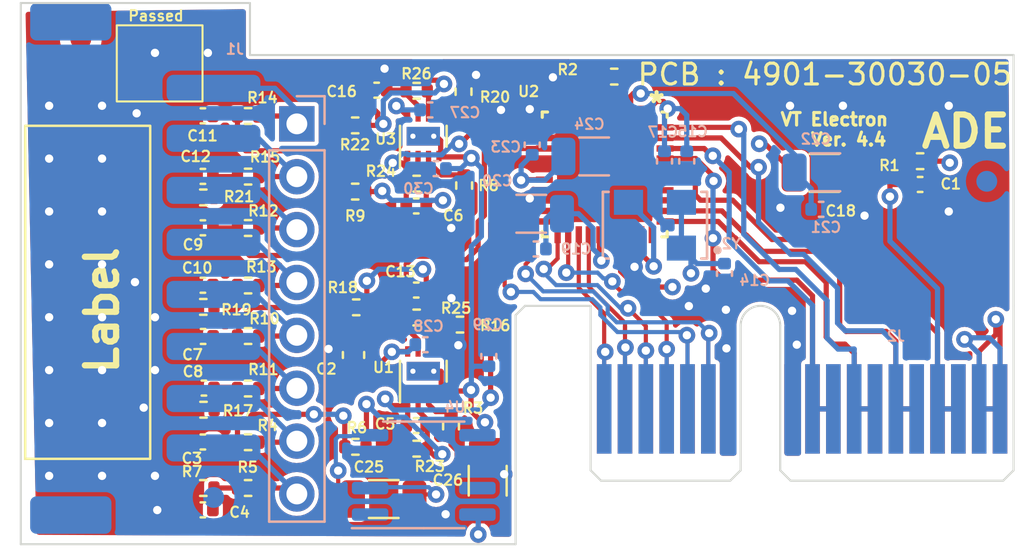
<source format=kicad_pcb>
(kicad_pcb (version 20221018) (generator pcbnew)
  (layers (0 "F.Cu" signal) (1 "In1.Cu" signal) (2 "In2.Cu" signal) (31 "B.Cu" signal) (34 "B.Paste" user) (35 "F.Paste" user) (36 "B.SilkS" user "B.Silkscreen") (37 "F.SilkS" user "F.Silkscreen") (38 "B.Mask" user) (39 "F.Mask" user) (44 "Edge.Cuts" user))
  (net 0 "")
  (net 1 "GND")
  (net 2 "+3V3")
  (net 3 "/AVDDOUT")
  (net 4 "/DVDDOUT")
  (net 5 "/REF")
  (net 6 "/IRP")
  (net 7 "/ISP")
  (net 8 "/ITP")
  (net 9 "/INP")
  (net 10 "/UR+")
  (net 11 "/US+")
  (net 12 "/PM1")
  (net 13 "/RSP")
  (net 14 "/RSM")
  (net 15 "/RTP")
  (net 16 "/RTM")
  (net 17 "/RRP")
  (net 18 "/RRM")
  (net 19 "/RNP")
  (net 20 "/RNM")
  (net 21 "/UT+")
  (net 22 "/ADE_Reset")
  (net 23 "/O_IN")
  (net 24 "/O_OUT")
  (net 25 "/IRQ2")
  (net 26 "/IRQ1")
  (net 30 "/SCLK")
  (net 31 "/MISO")
  (net 32 "/MOSI")
  (net 33 "/SS")
  (net 34 "/READY")
  (net 35 "/RN")
  (net 36 "/RT")
  (net 37 "Net-(C4-Pad1)")
  (net 38 "Net-(C5-Pad2)")
  (net 39 "Net-(C6-Pad2)")
  (net 40 "Net-(C8-Pad1)")
  (net 41 "Net-(C10-Pad1)")
  (net 42 "Net-(C12-Pad1)")
  (net 43 "Net-(C13-Pad2)")
  (net 44 "Net-(C16-Pad2)")
  (net 45 "/RS")
  (net 46 "/RR")
  (net 47 "Net-(R3-Pad1)")
  (net 48 "Net-(R8-Pad1)")
  (net 49 "Net-(R16-Pad1)")
  (net 50 "Net-(R20-Pad1)")
  (net 51 "/UM")
  (net 52 "/C+")
  (net 53 "/UR-")
  (net 54 "/US-")
  (net 55 "/UT-")
  (net 56 "/C-")
  (footprint "Resistor_SMD:R_0402_1005Metric" (layer "F.Cu") (at -1 -27.39)
    (fp_text reference "R25")
    (fp_text value "137K")
  )
  (footprint "Resistor_SMD:R_0402_1005Metric" (layer "F.Cu") (at -3.9 -27.88 180)
    (fp_text reference "R18")
    (fp_text value "30K")
  )
  (footprint "Resistor_SMD:R_0402_1005Metric" (layer "F.Cu") (at -9.09 -19.2)
    (fp_text reference "R5")
    (fp_text value "0")
  )
  (footprint "Capacitor_SMD:C_0402_1005Metric" (layer "F.Cu") (at -11.26 -37.08 180)
    (fp_text reference "C11")
    (fp_text value "22n")
  )
  (footprint "Capacitor_SMD:C_0402_1005Metric" (layer "F.Cu") (at -1.02 -28.71)
    (fp_text reference "C13")
    (fp_text value "100n")
  )
  (footprint "Capacitor_SMD:C_0402_1005Metric" (layer "F.Cu") (at -11.26 -21.41 180)
    (fp_text reference "C3")
    (fp_text value "22n")
  )
  (footprint "Fiducial:Fiducial_1mm_Mask2mm" (layer "F.Cu") (at 25.781 -29.21)
    (fp_text reference "FID1" hide)
    (fp_text value "Fiducial" hide)
  )
  (footprint "Resistor_SMD:R_0402_1005Metric" (layer "F.Cu") (at -3.95 -33.44 180)
    (fp_text reference "R9")
    (fp_text value "30K")
  )
  (footprint "Capacitor_SMD:C_1206_3216Metric" (layer "F.Cu") (at 2.41 -19.55 90)
    (fp_text reference "C26")
    (fp_text value "10u" hide)
  )
  (footprint "Resistor_SMD:R_0402_1005Metric" (layer "F.Cu") (at 1.25 -38.24 90)
    (fp_text reference "R20")
    (fp_text value "0")
  )
  (footprint "Capacitor_SMD:C_0603_1608Metric" (layer "F.Cu") (at -4.03 -25.59 90)
    (fp_text reference "C2")
    (fp_text value "100n")
  )
  (footprint "Capacitor_SMD:C_0402_1005Metric" (layer "F.Cu") (at -11.25 -26.48 180)
    (fp_text reference "C7")
    (fp_text value "22n")
  )
  (footprint "Symbol:Eticheta" (layer "F.Cu") (at -16.7894 -28.6004 90)
    (fp_text reference "TP1" hide)
    (fp_text value "Eticheta" hide)
  )
  (footprint "Resistor_SMD:R_0402_1005Metric" (layer "F.Cu") (at -3.94 -21.18 180)
    (fp_text reference "R6")
    (fp_text value "30K")
  )
  (footprint "Resistor_SMD:R_0402_1005Metric" (layer "F.Cu") (at 23.1648 -34.8996)
    (fp_text reference "R1")
    (fp_text value "1k" hide)
  )
  (footprint "Resistor_SMD:R_0402_1005Metric" (layer "F.Cu") (at 1.28 -33.73 -90)
    (fp_text reference "R8")
    (fp_text value "0")
  )
  (footprint "Capacitor_SMD:C_0402_1005Metric" (layer "F.Cu") (at -11.26 -18.15 180)
    (fp_text reference "C4")
    (fp_text value "DNP")
  )
  (footprint "Capacitor_SMD:C_0402_1005Metric" (layer "F.Cu") (at 23.1648 -33.782)
    (fp_text reference "C1")
    (fp_text value "22n")
  )
  (footprint "Fiducial:Fiducial_1mm_Mask2mm" (layer "F.Cu") (at -17.1196 -40.767)
    (fp_text reference "FID4" hide)
    (fp_text value "Fiducial" hide)
  )
  (footprint "Resistor_SMD:R_0402_1005Metric" (layer "F.Cu") (at -1 -38.28)
    (fp_text reference "R26")
    (fp_text value "137K")
  )
  (footprint "Capacitor_SMD:C_0402_1005Metric" (layer "F.Cu") (at -2.92 -38.31 180)
    (fp_text reference "C16")
    (fp_text value "100n")
  )
  (footprint "Resistor_SMD:R_0402_1005Metric" (layer "F.Cu") (at -9.09 -21.4)
    (fp_text reference "R4")
    (fp_text value "100")
  )
  (footprint "Capacitor_SMD:C_0402_1005Metric" (layer "F.Cu") (at -11.26 -34.17 180)
    (fp_text reference "C12")
    (fp_text value "DNP")
  )
  (footprint "Resistor_SMD:R_0402_1005Metric" (layer "F.Cu") (at -9.09 -23.98)
    (fp_text reference "R11")
    (fp_text value "0")
  )
  (footprint "Resistor_SMD:R_0402_1005Metric" (layer "F.Cu") (at -1 -33.82)
    (fp_text reference "R24")
    (fp_text value "137K")
  )
  (footprint "Resistor_SMD:R_0402_1005Metric" (layer "F.Cu") (at -9.09 -37.07)
    (fp_text reference "R14")
    (fp_text value "100")
  )
  (footprint "Resistor_SMD:R_0402_1005Metric" (layer "F.Cu") (at -1 -21.09)
    (fp_text reference "R23")
    (fp_text value "137K")
  )
  (footprint "Capacitor_SMD:C_1206_3216Metric" (layer "F.Cu") (at 18.5674 -34.3408)
    (fp_text reference "C18")
    (fp_text value "10u" hide)
  )
  (footprint "Resistor_SMD:R_0402_1005Metric" (layer "F.Cu") (at -9.09 -26.5)
    (fp_text reference "R10")
    (fp_text value "100")
  )
  (footprint "Resistor_SMD:R_0402_1005Metric" (layer "F.Cu") (at -9.09 -34.16)
    (fp_text reference "R15")
    (fp_text value "0")
  )
  (footprint "Resistor_SMD:R_0402_1005Metric" (layer "F.Cu") (at -11.24 -33.16 180)
    (fp_text reference "R21")
    (fp_text value "0")
  )
  (footprint "Capacitor_SMD:C_0402_1005Metric" (layer "F.Cu") (at -1.02 -32.75)
    (fp_text reference "C6")
    (fp_text value "100n")
  )
  (footprint "Resistor_SMD:R_0402_1005Metric" (layer "F.Cu") (at -11.23 -22.96 180)
    (fp_text reference "R17")
    (fp_text value "0")
  )
  (footprint "Resistor_SMD:R_0402_1005Metric" (layer "F.Cu") (at -11.24 -19.2 180)
    (fp_text reference "R7")
    (fp_text value "0")
  )
  (footprint "Package_SON:WSON-8-1EP_2x2mm_P0.5mm_EP0.9x1.6mm_ThermalVias" (layer "F.Cu") (at -0.68 -36.1 90)
    (fp_text reference "U3")
    (fp_text value "TLV2186IDSGR" hide)
  )
  (footprint "Capacitor_SMD:C_0402_1005Metric" (layer "F.Cu") (at -11.26 -31.7 180)
    (fp_text reference "C9")
    (fp_text value "22n")
  )
  (footprint "Capacitor_SMD:C_0402_1005Metric" (layer "F.Cu") (at -11.26 -28.94 180)
    (fp_text reference "C10")
    (fp_text value "DNP")
  )
  (footprint "Resistor_SMD:R_0402_1005Metric" (layer "F.Cu") (at 1.08 -27.05)
    (fp_text reference "R16")
    (fp_text value "0")
  )
  (footprint "Package_QFP:ADE9430" (layer "F.Cu") (at 8.0264 -34.2646 -90)
    (fp_text reference "U2")
    (fp_text value "ADE9430")
  )
  (footprint "Capacitor_SMD:C_0402_1005Metric" (layer "F.Cu") (at -1.02 -22.2)
    (fp_text reference "C5")
    (fp_text value "100n")
  )
  (footprint "Resistor_SMD:R_0402_1005Metric" (layer "F.Cu") (at -3.95 -36.62 180)
    (fp_text reference "R22")
    (fp_text value "30K")
  )
  (footprint "Resistor_SMD:R_0402_1005Metric" (layer "F.Cu") (at -9.09 -31.69)
    (fp_text reference "R12")
    (fp_text value "100")
  )
  (footprint "Package_SON:WSON-8-1EP_2x2mm_P0.5mm_EP0.9x1.6mm_ThermalVias" (layer "F.Cu") (at -0.68 -24.81 90)
    (fp_text reference "U1")
    (fp_text value "TLV2186IDSGR")
  )
  (footprint "Resistor_SMD:R_0402_1005Metric" (layer "F.Cu") (at 0.65 -22.17 -90)
    (fp_text reference "R3")
    (fp_text value "0")
  )
  (footprint "Resistor_SMD:R_0402_1005Metric" (layer "F.Cu") (at -11.24 -27.9 180)
    (fp_text reference "R19")
    (fp_text value "0")
  )
  (footprint "Resistor_SMD:R_0402_1005Metric" (layer "F.Cu") (at 8.4836 -38.9636 180)
    (fp_text reference "R2")
    (fp_text value "1k" hide)
  )
  (footprint "Resistor_SMD:R_0402_1005Metric" (layer "F.Cu") (at -9.09 -28.93)
    (fp_text reference "R13")
    (fp_text value "0")
  )
  (footprint "Capacitor_SMD:C_1206_3216Metric" (layer "F.Cu") (at -2.58 -18.67 180)
    (fp_text reference "C25")
    (fp_text value "10u" hide)
  )
  (footprint "Capacitor_SMD:C_0402_1005Metric" (layer "F.Cu") (at -11.21 -24 180)
    (fp_text reference "C8")
    (fp_text value "DNP")
  )
  (footprint "Fiducial:Fiducial_1mm_Mask2mm" (layer "B.Cu") (at -10.7442 -18.7452 180)
    (fp_text reference "FID3" hide)
    (fp_text value "Fiducial" hide)
  )
  (footprint "Capacitor_SMD:C_1206_3216Metric" (layer "B.Cu") (at 4.5 -32.375 180)
    (fp_text reference "C20")
    (fp_text value "10u")
  )
  (footprint "Oscillator:OSC_ECS-5032MV-245.7-BN-TR" (layer "B.Cu") (at 10.4375 -31.825 180)
    (fp_text reference "Y2")
    (fp_text value "ECS-5032MV-245.7-BN-TR")
  )
  (footprint "Connector_JST:A2501-SR08-XH8AWB" (layer "B.Cu") (at -14.35 -29.75 90)
    (fp_text reference "J1")
    (fp_text value "MUAS100-8-C-E")
  )
  (footprint "Capacitor_SMD:C_0402_1005Metric" (layer "B.Cu") (at 2.4638 -25.5296 -90)
    (fp_text reference "C29")
    (fp_text value "100n" hide)
  )
  (footprint "Connector_PinHeader_2.54mm:PinHeader_1x08_P2.54mm_Vertical" (layer "B.Cu") (at -6.7502 -36.69298 180)
    (fp_text reference "J15" hide)
    (fp_text value "MUAS100-8-C-E")
  )
  (footprint "Capacitor_SMD:C_0402_1005Metric" (layer "B.Cu") (at 4.5466 -35.687 90)
    (fp_text reference "C23")
    (fp_text value "100n")
  )
  (footprint "Capacitor_SMD:C_0402_1005Metric" (layer "B.Cu") (at 11.9634 -34.897 -90)
    (fp_text reference "C15")
    (fp_text value "100n")
  )
  (footprint "Capacitor_SMD:C_1206_3216Metric" (layer "B.Cu") (at 18.6182 -34.3662)
    (fp_text reference "C22")
    (fp_text value "10u")
  )
  (footprint "Connector_PCBEdge:BUS_PCIexpress_x1" (layer "B.Cu") (at 27 -23 180)
    (fp_text reference "J2")
    (fp_text value "Bus_PCI_Express_x1_MOD")
    (fp_line (start -0.65 -2.95) (end -0.15 -3.45) (stroke (width 0.1)) (layer "Edge.Cuts"))
    (fp_line (start -0.65 4.95) (end -0.65 -2.95) (stroke (width 0.1)) (layer "Edge.Cuts"))
    (fp_line (start -0.15 -3.45) (end 10.05 -3.45) (stroke (width 0.1)) (layer "Edge.Cuts"))
    (fp_line (start 10.55 -2.95) (end 10.05 -3.45) (stroke (width 0.1)) (layer "Edge.Cuts"))
    (fp_line (start 10.55 4) (end 10.55 -2.95) (stroke (width 0.1)) (layer "Edge.Cuts"))
    (fp_line (start 12.45 -2.95) (end 12.95 -3.45) (stroke (width 0.1)) (layer "Edge.Cuts"))
    (fp_line (start 12.45 4) (end 12.45 -2.95) (stroke (width 0.1)) (layer "Edge.Cuts"))
    (fp_line (start 12.95 -3.45) (end 19.15 -3.45) (stroke (width 0.1)) (layer "Edge.Cuts"))
    (fp_line (start 19.65 -2.95) (end 19.15 -3.45) (stroke (width 0.1)) (layer "Edge.Cuts"))
    (fp_line (start 19.65 4.95) (end 19.65 -2.95) (stroke (width 0.1)) (layer "Edge.Cuts"))
    (fp_arc (start 12.45 4) (mid 11.5 4.95) (end 10.55 4) (stroke (width 0.1)) (layer "Edge.Cuts"))
  )
  (footprint "Capacitor_SMD:C_0402_1005Metric" (layer "B.Cu") (at 10.8966 -34.897 -90)
    (fp_text reference "C17")
    (fp_text value "100n")
  )
  (footprint "Capacitor_SMD:C_0402_1005Metric" (layer "B.Cu") (at 13.775 -29.5 -90)
    (fp_text reference "C14")
    (fp_text value "100n")
  )
  (footprint "Capacitor_SMD:C_0402_1005Metric" (layer "B.Cu") (at -0.0762 -34.544)
    (fp_text reference "C30")
    (fp_text value "100n" hide)
  )
  (footprint "Capacitor_SMD:C_0402_1005Metric" (layer "B.Cu") (at 4.7244 -30.6832 180)
    (fp_text reference "C19")
    (fp_text value "100n")
  )
  (footprint "Package_SO:SO-8_3.9x4.9mm_P1.27mm" (layer "B.Cu") (at -0.66 -19.83)
    (fp_text reference "U4")
    (fp_text value "MC7660DR2")
  )
  (footprint "Fiducial:Fiducial_1mm_Mask2mm" (layer "B.Cu") (at 26.3652 -33.9344 180)
    (fp_text reference "FID2" hide)
    (fp_text value "Fiducial" hide)
  )
  (footprint "Capacitor_SMD:C_0402_1005Metric" (layer "B.Cu") (at -0.5842 -26.0858 180)
    (fp_text reference "C28")
    (fp_text value "100n" hide)
  )
  (footprint "Capacitor_SMD:C_0402_1005Metric" (layer "B.Cu") (at -0.353 -37.3634 180)
    (fp_text reference "C27")
    (fp_text value "100n" hide)
  )
  (footprint "Capacitor_SMD:C_1206_3216Metric" (layer "B.Cu") (at 7.5184 -35.1282)
    (fp_text reference "C24")
    (fp_text value "10u")
  )
  (footprint "Capacitor_SMD:C_0402_1005Metric" (layer "B.Cu") (at 18.415 -32.5882)
    (fp_text reference "C21")
    (fp_text value "100n")
  )
  (gr_rect (start -15.3924 -41.4274) (end -11.2776 -37.7698) (stroke (width 0.1)) (fill none) (layer "F.SilkS"))
  (gr_line (start 3.8 -27.55) (end 4.2 -27.95) (stroke (width 0.1)) (layer "Edge.Cuts"))
  (gr_line (start -20 -42.5) (end -20 -16.5) (stroke (width 0.1)) (layer "Edge.Cuts"))
  (gr_line (start 27.65 -27.95) (end 27.65 -40) (stroke (width 0.1)) (layer "Edge.Cuts"))
  (gr_line (start -9 -42.5) (end -20 -42.5) (stroke (width 0.1)) (layer "Edge.Cuts"))
  (gr_line (start -20 -16.5) (end 3.75 -16.5) (stroke (width 0.1)) (layer "Edge.Cuts"))
  (gr_line (start -9 -40) (end 27.65 -40) (stroke (width 0.1)) (layer "Edge.Cuts"))
  (gr_line (start -9 -42.5) (end -9 -40) (stroke (width 0.1)) (layer "Edge.Cuts"))
  (gr_line (start 7.35 -27.95) (end 4.2 -27.95) (stroke (width 0.1)) (layer "Edge.Cuts"))
  (gr_line (start 3.75 -27.5) (end 3.75 -16.5) (stroke (width 0.1)) (layer "Edge.Cuts"))
  (gr_line (start 3.8 -27.55) (end 3.75 -27.5) (stroke (width 0.1)) (layer "Edge.Cuts"))
  (gr_text "PCB : 4901-30030-05" (at 18.5928 -39.0652) (layer "F.SilkS") (effects (font (size 1 1))))
  (gr_text "VT Electron \n  Ver. 4.4\n" (at 19.2786 -36.4236) (layer "F.SilkS") (effects (font (size 0.6 0.6))))
  (gr_text "*" (at 10.5156 -37.6682) (layer "F.SilkS") (effects (font (size 1 1) (thickness 0.2)) (justify mirror)))
  (gr_text "ADE" (at 25.3492 -36.322) (layer "F.SilkS") (effects (font (size 1.5 1.5) (thickness 0.3))))
  (gr_text "Passed" (at -13.5128 -41.8846) (layer "F.SilkS") (effects (font (size 0.5 0.5) (thickness 0.1))))
  (gr_text "Label" (at -16.1036 -27.7368 90) (layer "F.SilkS") (effects (font (size 1.5 1.5) (thickness 0.3))))
  (segment (start 0.39 -17.94) (end 2.275 -17.94) (width 0.25) (layer "F.Cu") (net 1))
  (segment (start 5.1308 -33.02) (end 4.4196 -33.02) (width 0.25) (layer "F.Cu") (net 1))
  (segment (start 1.38 -28.32) (end 0.67 -28.32) (width 0.25) (layer "F.Cu") (net 1))
  (segment (start -11.69 -24) (end -11.69 -23.01) (width 0.25) (layer "F.Cu") (net 1))
  (segment (start 9.271 -33.02) (end 8.0264 -34.2646) (width 0.25) (layer "F.Cu") (net 1))
  (segment (start -11.75 -33.16) (end -11.75 -34.16) (width 0.25) (layer "F.Cu") (net 1))
  (segment (start 4.4196 -33.102647) (end 4.428453 -33.1115) (width 0.25) (layer "F.Cu") (net 1))
  (segment (start -13.44 -18.15) (end -13.45 -18.14) (width 0.25) (layer "F.Cu") (net 1))
  (segment (start -11.73 -27.88) (end -11.75 -27.9) (width 0.25) (layer "F.Cu") (net 1))
  (segment (start 8.7884 -37.1602) (end 8.7884 -35.0266) (width 0.25) (layer "F.Cu") (net 1))
  (segment (start 6.7818 -37.986704) (end 6.7818 -37.1602) (width 0.25) (layer "F.Cu") (net 1))
  (segment (start 0.94 -18.49) (end 0.39 -17.94) (width 0.25) (layer "F.Cu") (net 1))
  (segment (start 1.69 -39.19) (end 1.85 -39.19) (width 0.25) (layer "F.Cu") (net 1))
  (segment (start 5.1308 -33.02) (end 6.7818 -33.02) (width 0.25) (layer "F.Cu") (net 1))
  (segment (start 6.2738 -36.0172) (end 8.0264 -34.2646) (width 0.25) (layer "F.Cu") (net 1))
  (segment (start 8.2804 -34.0106) (end 8.0264 -34.2646) (width 0.25) (layer "F.Cu") (net 1))
  (segment (start -11.74 -31.7) (end -11.74 -33.15) (width 0.25) (layer "F.Cu") (net 1))
  (segment (start 8.7884 -35.0266) (end 8.0264 -34.2646) (width 0.25) (layer "F.Cu") (net 1))
  (segment (start 9.457677 -29.842323) (end 9.271 -30.029) (width 0.25) (layer "F.Cu") (net 1))
  (segment (start -11.74 -34.17) (end -11.74 -37.08) (width 0.25) (layer "F.Cu") (net 1))
  (segment (start -14 -22.96) (end -14.1 -23.06) (width 0.25) (layer "F.Cu") (net 1))
  (segment (start -11.69 -23.01) (end -11.74 -22.96) (width 0.25) (layer "F.Cu") (net 1))
  (segment (start 1.28 -33.22) (end 1.28 -32.31) (width 0.25) (layer "F.Cu") (net 1))
  (segment (start 9.779 -36.0172) (end 8.0264 -34.2646) (width 0.25) (layer "F.Cu") (net 1))
  (segment (start 2.275 -17.94) (end 2.41 -18.075) (width 0.25) (layer "F.Cu") (net 1))
  (segment (start -11.74 -19.21) (end -11.75 -19.2) (width 0.25) (layer "F.Cu") (net 1))
  (segment (start 5.84 -38.93) (end 5.54 -38.93) (width 0.25) (layer "F.Cu") (net 1))
  (segment (start 1.59 -27.05) (end 1.59 -28.11) (width 0.25) (layer "F.Cu") (net 1))
  (segment (start 6.118504 -38.651496) (end 5.84 -38.93) (width 0.25) (layer "F.Cu") (net 1))
  (segment (start 14 -23) (end 14 -25.7764) (width 0.25) (layer "F.Cu") (net 1))
  (segment (start 17 -23) (end 17 -25.8392) (width 0.25) (layer "F.Cu") (net 1))
  (segment (start 1.59 -27.05) (end 1.59 -26.58) (width 0.25) (layer "F.Cu") (net 1))
  (segment (start -11.74 -22.96) (end -14 -22.96) (width 0.25) (layer "F.Cu") (net 1))
  (segment (start 0.94 -21) (end 0.94 -18.49) (width 0.25) (layer "F.Cu") (net 1))
  (segment (start 4.4196 -33.02) (end 4.4196 -33.102647) (width 0.25) (layer "F.Cu") (net 1))
  (segment (start 9.271 -31.369) (end 9.271 -33.02) (width 0.25) (layer "F.Cu") (net 1))
  (segment (start 8.7884 -37.1602) (end 8.7884 -38.7584) (width 0.25) (layer "F.Cu") (net 1))
  (segment (start -4.745 -26.365) (end -5.23 -25.88) (width 0.25) (layer "F.Cu") (net 1))
  (segment (start 9.271 -30.029) (end 9.271 -31.369) (width 0.25) (layer "F.Cu") (net 1))
  (segment (start 5.1308 -33.5026) (end 7.2644 -33.5026) (width 0.25) (layer "F.Cu") (net 1))
  (segment (start 0.65 -21.66) (end 0.65 -21.287693) (width 0.25) (layer "F.Cu") (net 1))
  (segment (start 9.779 -37.1602) (end 9.779 -36.0172) (width 0.25) (layer "F.Cu") (net 1))
  (segment (start 8.7884 -38.7584) (end 8.9936 -38.9636) (width 0.25) (layer "F.Cu") (net 1))
  (segment (start 6.118504 -38.65) (end 6.118504 -38.651496) (width 0.25) (layer "F.Cu") (net 1))
  (segment (start 4.6698 -37.1602) (end 4.43 -37.4) (width 0.25) (layer "F.Cu") (net 1))
  (segment (start 17 -25.8392) (end 17.2466 -26.0858) (width 0.25) (layer "F.Cu") (net 1))
  (segment (start -11.69 -24) (end -11.69 -26.44) (width 0.25) (layer "F.Cu") (net 1))
  (segment (start -11.75 -27.9) (end -11.75 -28.93) (width 0.25) (layer "F.Cu") (net 1))
  (segment (start 5.1308 -34.5186) (end 7.7724 -34.5186) (width 0.25) (layer "F.Cu") (net 1))
  (segment (start -4.03 -26.365) (end -4.745 -26.365) (width 0.25) (layer "F.Cu") (net 1))
  (segment (start -11.74 -37.08) (end -14.32 -37.08) (width 0.25) (layer "F.Cu") (net 1))
  (segment (start 1.85 -39.19) (end 1.85 -39.0455) (width 0.25) (layer "F.Cu") (net 1))
  (segment (start -11.69 -26.44) (end -11.73 -26.48) (width 0.25) (layer "F.Cu") (net 1))
  (segment (start 1.59 -28.11) (end 1.38 -28.32) (width 0.25) (layer "F.Cu") (net 1))
  (segment (start -11.75 -19.2) (end -11.75 -18.16) (width 0.25) (layer "F.Cu") (net 1))
  (segment (start 8.2804 -31.369) (end 8.2804 -34.0106) (width 0.25) (layer "F.Cu") (net 1))
  (segment (start 14 -25.7764) (end 13.8684 -25.908) (width 0.25) (layer "F.Cu") (net 1))
  (segment (start -11.74 -21.41) (end -11.74 -19.21) (width 0.25) (layer "F.Cu") (net 1))
  (segment (start 5.7658 -37.1602) (end 4.6698 -37.1602) (width 0.25) (layer "F.Cu") (net 1))
  (segment (start 1.59 -26.58) (end 1.07 -26.06) (width 0.25) (layer "F.Cu") (net 1))
  (segment (start -11.73 -26.48) (end -11.73 -27.88) (width 0.25) (layer "F.Cu") (net 1))
  (segment (start 0.937693 -21) (end 0.94 -21) (width 0.25) (layer "F.Cu") (net 1))
  (segment (start -11.75 -28.93) (end -11.74 -28.94) (width 0.25) (layer "F.Cu") (net 1))
  (segment (start 7.2644 -35.0266) (end 8.0264 -34.2646) (width 0.25) (layer "F.Cu") (net 1))
  (segment (start 6.7818 -33.02) (end 8.0264 -34.2646) (width 0.25) (layer "F.Cu") (net 1))
  (segment (start -11.75 -34.16) (end -11.74 -34.17) (width 0.25) (layer "F.Cu") (net 1))
  (segment (start -11.74 -33.15) (end -11.75 -33.16) (width 0.25) (layer "F.Cu") (net 1))
  (segment (start -11.74 -22.96) (end -11.74 -21.41) (width 0.25) (layer "F.Cu") (net 1))
  (segment (start 0.65 -21.287693) (end 0.937693 -21) (width 0.25) (layer "F.Cu") (net 1))
  (segment (start 6.118504 -38.65) (end 6.7818 -37.986704) (width 0.25) (layer "F.Cu") (net 1))
  (segment (start -11.75 -18.16) (end -11.74 -18.15) (width 0.25) (layer "F.Cu") (net 1))
  (segment (start 1.07 -26.06) (end 1.001 -26.06) (width 0.25) (layer "F.Cu") (net 1))
  (segment (start 7.7724 -34.5186) (end 8.0264 -34.2646) (width 0.25) (layer "F.Cu") (net 1))
  (segment (start 5.1308 -35.0266) (end 7.2644 -35.0266) (width 0.25) (layer "F.Cu") (net 1))
  (segment (start -14.37 -28.94) (end -14.52 -29.09) (width 0.25) (layer "F.Cu") (net 1))
  (segment (start 9.457677 -29.8255) (end 9.457677 -29.842323) (width 0.25) (layer "F.Cu") (net 1))
  (segment (start -11.74 -28.94) (end -11.74 -31.7) (width 0.25) (layer "F.Cu") (net 1))
  (segment (start 1.28 -32.31) (end 0.66 -31.69) (width 0.25) (layer "F.Cu") (net 1))
  (segment (start 1.25 -38.75) (end 1.69 -39.19) (width 0.25) (layer "F.Cu") (net 1))
  (segment (start -11.74 -28.94) (end -14.37 -28.94) (width 0.25) (layer "F.Cu") (net 1))
  (segment (start -14.32 -37.08) (end -14.44 -37.2) (width 0.25) (layer "F.Cu") (net 1))
  (segment (start 5.1308 -36.0172) (end 6.2738 -36.0172) (width 0.25) (layer "F.Cu") (net 1))
  (segment (start -11.74 -18.15) (end -13.44 -18.15) (width 0.25) (layer "F.Cu") (net 1))
  (via (at 12.8778 -28.7782) (size 0.8) (drill 0.4) (layers "F.Cu" "B.Cu") (net 1))
  (via (at -16.1 -27.403599) (size 0.8) (drill 0.4) (layers "F.Cu" "B.Cu") (net 1))
  (via (at 3.048 -37.3634) (size 0.8) (drill 0.4) (layers "F.Cu" "B.Cu") (net 1))
  (via (at -18.64 -32.483599) (size 0.8) (drill 0.4) (layers "F.Cu" "B.Cu") (net 1))
  (via (at 12.065 -27.94) (size 0.8) (drill 0.4) (layers "F.Cu" "B.Cu") (net 1))
  (via (at 24.54 -32.483599) (size 0.8) (drill 0.4) (layers "F.Cu" "B.Cu") (net 1))
  (via (at -2.54 -39.3446) (size 0.8) (drill 0.4) (layers "F.Cu" "B.Cu") (net 1))
  (via (at -18.64 -24.863599) (size 0.8) (drill 0.4) (layers "F.Cu" "B.Cu") (net 1))
  (via (at 17.2466 -26.0858) (size 0.8) (drill 0.4) (layers "F.Cu" "B.Cu") (net 1))
  (via (at -18.64 -27.403599) (size 0.8) (drill 0.4) (layers "F.Cu" "B.Cu") (net 1))
  (via (at 19.46 -37.563599) (size 0.8) (drill 0.4) (layers "F.Cu" "B.Cu") (net 1))
  (via (at 4.43 -37.4) (size 0.8) (drill 0.4) (layers "F.Cu" "B.Cu") (net 1))
  (via (at 3.2004 -19.8628) (size 0.8) (drill 0.4) (layers "F.Cu" "B.Cu") (net 1))
  (via (at -14.44 -37.2) (size 0.8) (drill 0.4) (layers "F.Cu" "B.Cu") (net 1))
  (via (at 13.843 -27.7622) (size 0.8) (drill 0.4) (layers "F.Cu" "B.Cu") (net 1))
  (via (at -14.1 -23.06) (size 0.8) (drill 0.4) (layers "F.Cu" "B.Cu") (net 1))
  (via (at 4.428453 -33.1115) (size 0.8) (drill 0.4) (layers "F.Cu" "B.Cu") (net 1))
  (via (at 17.018 -27.7114) (size 0.8) (drill 0.4) (layers "F.Cu" "B.Cu") (net 1))
  (via (at -13.45 -18.14) (size 0.8) (drill 0.4) (layers "F.Cu" "B.Cu") (net 1))
  (via (at 16.92 -37.563599) (size 0.8) (drill 0.4) (layers "F.Cu" "B.Cu") (net 1))
  (via (at -18.64 -29.943599) (size 0.8) (drill 0.4) (layers "F.Cu" "B.Cu") (net 1))
  (via (at 0.39 -17.94) (size 0.8) (drill 0.4) (layers "F.Cu" "B.Cu") (net 1))
  (via (at 9.457677 -29.8255) (size 0.8) (drill 0.4) (layers "F.Cu" "B.Cu") (net 1))
  (via (at 16.4592 -32.6644) (size 0.8) (drill 0.4) (layers "F.Cu" "B.Cu") (net 1))
  (via (at 5.54 -38.93) (size 0.8) (drill 0.4) (layers "F.Cu" "B.Cu") (net 1))
  (via (at -13.56 -27.403599) (size 0.8) (drill 0.4) (layers "F.Cu" "B.Cu") (net 1))
  (via (at -16.1 -32.483599) (size 0.8) (drill 0.4) (layers "F.Cu" "B.Cu") (net 1))
  (via (at 13.8684 -25.908) (size 0.8) (drill 0.4) (layers "F.Cu" "B.Cu") (net 1))
  (via (at -18.64 -37.563599) (size 0.8) (drill 0.4) (layers "F.Cu" "B.Cu") (net 1))
  (via (at -18.64 -22.323599) (size 0.8) (drill 0.4) (layers "F.Cu" "B.Cu") (net 1))
  (via (at -16.1 -24.863599) (size 0.8) (drill 0.4) (layers "F.Cu" "B.Cu") (net 1))
  (via (at -18.64 -19.783599) (size 0.8) (drill 0.4) (layers "F.Cu" "B.Cu") (net 1))
  (via (at 1.001 -26.06) (size 0.8) (drill 0.4) (layers "F.Cu" "B.Cu") (net 1))
  (via (at -13.56 -24.863599) (size 0.8) (drill 0.4) (layers "F.Cu" "B.Cu") (net 1))
  (via (at -16.1 -22.323599) (size 0.8) (drill 0.4) (layers "F.Cu" "B.Cu") (net 1))
  (via (at 24.54 -37.563599) (size 0.8) (drill 0.4) (layers "F.Cu" "B.Cu") (net 1))
  (via (at 0.67 -28.32) (size 0.8) (drill 0.4) (layers "F.Cu" "B.Cu") (net 1))
  (via (at -16.1 -29.943599) (size 0.8) (drill 0.4) (layers "F.Cu" "B.Cu") (net 1))
  (via (at -5.23 -25.88) (size 0.8) (drill 0.4) (layers "F.Cu" "B.Cu") (net 1))
  (via (at 0.66 -31.69) (size 0.8) (drill 0.4) (layers "F.Cu" "B.Cu") (net 1))
  (via (at -13.56 -40.103599) (size 0.8) (drill 0.4) (layers "F.Cu" "B.Cu") (net 1))
  (via (at -18.64 -35.023599) (size 0.8) (drill 0.4) (layers "F.Cu" "B.Cu") (net 1))
  (via (at -16.1 -19.783599) (size 0.8) (drill 0.4) (layers "F.Cu" "B.Cu") (net 1))
  (via (at 1.85 -39.0455) (size 0.8) (drill 0.4) (layers "F.Cu" "B.Cu") (net 1))
  (via (at -11.02 -40.103599) (size 0.8) (drill 0.4) (layers "F.Cu" "B.Cu") (net 1))
  (via (at -13.56 -19.783599) (size 0.8) (drill 0.4) (layers "F.Cu" "B.Cu") (net 1))
  (via (at -16.1 -35.023599) (size 0.8) (drill 0.4) (layers "F.Cu" "B.Cu") (net 1))
  (via (at -16.1 -37.563599) (size 0.8) (drill 0.4) (layers "F.Cu" "B.Cu") (net 1))
  (via (at 20.4978 -32.2834) (size 0.8) (drill 0.4) (layers "F.Cu" "B.Cu") (net 1))
  (via (at -14.52 -29.09) (size 0.8) (drill 0.4) (layers "F.Cu" "B.Cu") (net 1))
  (segment (start 17 -25.8392) (end 17.2466 -26.0858) (width 0.25) (layer "B.Cu") (net 1))
  (segment (start 9.1675 -30.725) (end 9.1675 -30.115677) (width 0.25) (layer "B.Cu") (net 1))
  (segment (start 1.915 -20.465) (end 2.5982 -20.465) (width 0.25) (layer "B.Cu") (net 1))
  (segment (start 2.5982 -20.465) (end 3.2004 -19.8628) (width 0.25) (layer "B.Cu") (net 1))
  (segment (start 3.025 -32.375) (end 3.691953 -32.375) (width 0.25) (layer "B.Cu") (net 1))
  (segment (start 13.775 -29.02) (end 13.1196 -29.02) (width 0.25) (layer "B.Cu") (net 1))
  (segment (start 14 -23) (end 14 -25.7764) (width 0.25) (layer "B.Cu") (net 1))
  (segment (start 0.9752 -26.0858) (end 1.001 -26.06) (width 0.25) (layer "B.Cu") (net 1))
  (segment (start 14 -25.7764) (end 13.8684 -25.908) (width 0.25) (layer "B.Cu") (net 1))
  (segment (start 3.691953 -32.375) (end 4.428453 -33.1115) (width 0.25) (layer "B.Cu") (net 1))
  (segment (start -0.1042 -26.0858) (end 0.9752 -26.0858) (width 0.25) (layer "B.Cu") (net 1))
  (segment (start 17 -23) (end 17 -25.8392) (width 0.25) (layer "B.Cu") (net 1))
  (segment (start 13.1196 -29.02) (end 12.8778 -28.7782) (width 0.25) (layer "B.Cu") (net 1))
  (segment (start 9.1675 -30.925) (end 9.3 -30.925) (width 0.25) (layer "B.Cu") (net 1))
  (segment (start 10.287 -37.5412) (end 10.5156 -37.7698) (width 0.25) (layer "F.Cu") (net 2))
  (segment (start 26.797 -26.5684) (end 26.797 -27.305) (width 0.25) (layer "F.Cu") (net 2))
  (segment (start -1.43 -25.76) (end -2.17 -25.76) (width 0.25) (layer "F.Cu") (net 2))
  (segment (start 26 -23) (end 26 -25.7714) (width 0.25) (layer "F.Cu") (net 2))
  (segment (start 10.3656 -28.8544) (end 10.03 -29.19) (width 0.25) (layer "F.Cu") (net 2))
  (segment (start 11.2776 -28.8544) (end 10.3656 -28.8544) (width 0.25) (layer "F.Cu") (net 2))
  (segment (start 10.8458 -37.7698) (end 11.05 -37.5656) (width 0.25) (layer "F.Cu") (net 2))
  (segment (start 23.6748 -34.8996) (end 24.511 -34.8996) (width 0.25) (layer "F.Cu") (net 2))
  (segment (start 10.287 -37.1602) (end 10.287 -37.5412) (width 0.25) (layer "F.Cu") (net 2))
  (segment (start 26 -25.7714) (end 26.797 -26.5684) (width 0.25) (layer "F.Cu") (net 2))
  (segment (start 10.03 -29.19) (end 9.21 -29.19) (width 0.25) (layer "F.Cu") (net 2))
  (segment (start 17.0924 -34.368) (end 15.8242 -35.6362) (width 0.25) (layer "F.Cu") (net 2))
  (segment (start 11.1408 -37.5158) (end 11.05 -37.425) (width 0.25) (layer "F.Cu") (net 2))
  (segment (start 26.797 -27.305) (end 27 -27.102) (width 0.25) (layer "F.Cu") (net 2))
  (segment (start -3.115 -24.815) (end -2.19 -25.74) (width 0.25) (layer "F.Cu") (net 2))
  (segment (start 9.21 -29.19) (end 8.7884 -29.6116) (width 0.25) (layer "F.Cu") (net 2))
  (segment (start 8.7884 -29.6116) (end 8.7884 -31.369) (width 0.25) (layer "F.Cu") (net 2))
  (segment (start 10.5156 -37.7698) (end 10.8458 -37.7698) (width 0.25) (layer "F.Cu") (net 2))
  (segment (start 26 -23) (end 27 -23) (width 0.25) (layer "F.Cu") (net 2))
  (segment (start 27 -27.102) (end 27 -23.55) (width 0.25) (layer "F.Cu") (net 2))
  (segment (start -4.03 -24.815) (end -3.115 -24.815) (width 0.25) (layer "F.Cu") (net 2))
  (segment (start 17.0924 -34.3408) (end 17.0924 -34.368) (width 0.25) (layer "F.Cu") (net 2))
  (segment (start -1.9755 -37.553372) (end -1.933372 -37.553372) (width 0.25) (layer "F.Cu") (net 2))
  (segment (start 15.7226 -35.7378) (end 15.4432 -35.7378) (width 0.25) (layer "F.Cu") (net 2))
  (segment (start -2.17 -25.76) (end -2.19 -25.74) (width 0.25) (layer "F.Cu") (net 2))
  (segment (start -1.933372 -37.553372) (end -1.43 -37.05) (width 0.25) (layer "F.Cu") (net 2))
  (segment (start 24.511 -34.8996) (end 24.5872 -34.8234) (width 0.25) (layer "F.Cu") (net 2))
  (segment (start 15.8242 -35.6362) (end 15.7226 -35.7378) (width 0.25) (layer "F.Cu") (net 2))
  (segment (start 11.05 -37.5656) (end 11.05 -37.425) (width 0.25) (layer "F.Cu") (net 2))
  (via (at 1.9558 -16.9672) (size 0.8) (drill 0.4) (layers "F.Cu" "B.Cu") (net 2))
  (via (at 26.797 -27.305) (size 0.8) (drill 0.4) (layers "F.Cu" "B.Cu") (net 2))
  (via (at 25.2984 -26.3398) (size 0.8) (drill 0.4) (layers "F.Cu" "B.Cu") (net 2))
  (via (at 11.05 -37.425) (size 0.8) (drill 0.4) (layers "F.Cu" "B.Cu") (net 2))
  (via (at 15.4432 -35.7378) (size 0.8) (drill 0.4) (layers "F.Cu" "B.Cu") (net 2))
  (via (at 24.5872 -34.8234) (size 0.8) (drill 0.4) (layers "F.Cu" "B.Cu") (net 2))
  (via (at 11.2776 -28.8544) (size 0.8) (drill 0.4) (layers "F.Cu" "B.Cu") (net 2))
  (via (at -2.19 -25.74) (size 0.8) (drill 0.4) (layers "F.Cu" "B.Cu") (net 2))
  (via (at 12.1666 -29.5148) (size 0.8) (drill 0.4) (layers "F.Cu" "B.Cu") (net 2))
  (via (at -1.9755 -37.553372) (size 0.8) (drill 0.4) (layers "F.Cu" "B.Cu") (net 2))
  (segment (start 12.1666 -29.5148) (end 12.1666 -30.2659) (width 0.25) (layer "B.Cu") (net 2))
  (segment (start -1.41 -25.74) (end -1.0642 -26.0858) (width 0.25) (layer "B.Cu") (net 2))
  (segment (start 10.8966 -37.2716) (end 10.8966 -35.377) (width 0.25) (layer "B.Cu") (net 2))
  (segment (start 26.4922 -26.416) (end 25.3746 -26.416) (width 0.25) (layer "B.Cu") (net 2))
  (segment (start 26 -23) (end 26 -25.6382) (width 0.25) (layer "B.Cu") (net 2))
  (segment (start 1.9558 -17.8842) (end 1.915 -17.925) (width 0.25) (layer "B.Cu") (net 2))
  (segment (start 11.7075 -32.925) (end 11.7075 -30.725) (width 0.25) (layer "B.Cu") (net 2))
  (segment (start 11.05 -37.425) (end 10.8966 -37.2716) (width 0.25) (layer "B.Cu") (net 2))
  (segment (start 11.05 -37.425) (end 11.6478 -37.425) (width 0.25) (layer "B.Cu") (net 2))
  (segment (start 1.9558 -16.9672) (end 1.9558 -17.8842) (width 0.25) (layer "B.Cu") (net 2))
  (segment (start -2.19 -25.74) (end -1.41 -25.74) (width 0.25) (layer "B.Cu") (net 2))
  (segment (start 27 -25.9082) (end 26.4922 -26.416) (width 0.25) (layer "B.Cu") (net 2))
  (segment (start -1.785528 -37.3634) (end -1.9755 -37.553372) (width 0.25) (layer "B.Cu") (net 2))
  (segment (start 12.4525 -29.98) (end 11.7075 -30.725) (width 0.25) (layer "B.Cu") (net 2))
  (segment (start 25.3746 -26.416) (end 25.2984 -26.3398) (width 0.25) (layer "B.Cu") (net 2))
  (segment (start 27 -23) (end 27 -25.9082) (width 0.25) (layer "B.Cu") (net 2))
  (segment (start 1.915 -17.925) (end 1.915 -17.895) (width 0.25) (layer "B.Cu") (net 2))
  (segment (start 27 -23) (end 26 -23) (width 0.25) (layer "B.Cu") (net 2))
  (segment (start 26 -25.6382) (end 25.2984 -26.3398) (width 0.25) (layer "B.Cu") (net 2))
  (segment (start 13.775 -29.98) (end 12.4525 -29.98) (width 0.25) (layer "B.Cu") (net 2))
  (segment (start 12.1666 -30.2659) (end 11.7075 -30.725) (width 0.25) (layer "B.Cu") (net 2))
  (segment (start -0.833 -37.3634) (end -1.785528 -37.3634) (width 0.25) (layer "B.Cu") (net 2))
  (segment (start 11.9634 -37.1094) (end 11.9634 -35.377) (width 0.25) (layer "B.Cu") (net 2))
  (segment (start 11.6478 -37.425) (end 11.9634 -37.1094) (width 0.25) (layer "B.Cu") (net 2))
  (segment (start 7.7724 -31.369) (end 7.7724 -30.1752) (width 0.25) (layer "F.Cu") (net 3))
  (segment (start 7.7724 -30.1752) (end 7.8232 -30.1244) (width 0.25) (layer "F.Cu") (net 3))
  (segment (start 7.8232 -30.1244) (end 7.8639 -30.1244) (width 0.25) (layer "F.Cu") (net 3))
  (via (at 7.8639 -30.1244) (size 0.8) (drill 0.4) (layers "F.Cu" "B.Cu") (net 3))
  (segment (start 5.451 -32.375) (end 5.975 -32.375) (width 0.25) (layer "B.Cu") (net 3))
  (segment (start 6.7664 -32.375) (end 5.975 -32.375) (width 0.25) (layer "B.Cu") (net 3))
  (segment (start 7.4676 -31.6738) (end 6.7664 -32.375) (width 0.25) (layer "B.Cu") (net 3))
  (segment (start 5.2044 -32.1284) (end 5.451 -32.375) (width 0.25) (layer "B.Cu") (net 3))
  (segment (start 7.8639 -30.2869) (end 7.4676 -30.6832) (width 0.25) (layer "B.Cu") (net 3))
  (segment (start 5.2044 -30.6832) (end 5.2044 -32.1284) (width 0.25) (layer "B.Cu") (net 3))
  (segment (start 7.4676 -30.6832) (end 7.4676 -31.6738) (width 0.25) (layer "B.Cu") (net 3))
  (segment (start 7.8639 -30.1244) (end 7.8639 -30.2869) (width 0.25) (layer "B.Cu") (net 3))
  (segment (start 9.398 -38.1508) (end 9.7536 -38.1508) (width 0.25) (layer "F.Cu") (net 4))
  (segment (start 9.271 -38.0238) (end 9.271 -37.1602) (width 0.25) (layer "F.Cu") (net 4))
  (segment (start 9.271 -38.0238) (end 9.398 -38.1508) (width 0.25) (layer "F.Cu") (net 4))
  (via (at 9.7536 -38.1508) (size 0.8) (drill 0.4) (layers "F.Cu" "B.Cu") (net 4))
  (segment (start 17.935 -32.5882) (end 17.935 -33.5744) (width 0.25) (layer "B.Cu") (net 4))
  (segment (start 17.935 -33.5744) (end 17.1432 -34.3662) (width 0.25) (layer "B.Cu") (net 4))
  (segment (start 17.1432 -35.2062) (end 17.1432 -34.3662) (width 0.25) (layer "B.Cu") (net 4))
  (segment (start 14.1986 -38.1508) (end 17.1432 -35.2062) (width 0.25) (layer "B.Cu") (net 4))
  (segment (start 9.7536 -38.1508) (end 14.1986 -38.1508) (width 0.25) (layer "B.Cu") (net 4))
  (segment (start 4.0386 -34.0106) (end 4.0132 -33.9852) (width 0.25) (layer "F.Cu") (net 5))
  (segment (start 5.1308 -34.0106) (end 4.0386 -34.0106) (width 0.25) (layer "F.Cu") (net 5))
  (via (at 4.0132 -33.9852) (size 0.8) (drill 0.4) (layers "F.Cu" "B.Cu") (net 5))
  (segment (start 5.1562 -33.9852) (end 6.0434 -34.8724) (width 0.25) (layer "B.Cu") (net 5))
  (segment (start 6.0434 -34.8724) (end 6.0434 -35.1282) (width 0.25) (layer "B.Cu") (net 5))
  (segment (start 4.0132 -33.9852) (end 4.0132 -34.6736) (width 0.25) (layer "B.Cu") (net 5))
  (segment (start 4.0132 -34.6736) (end 4.5466 -35.207) (width 0.25) (layer "B.Cu") (net 5))
  (segment (start 4.0132 -33.9852) (end 5.1562 -33.9852) (width 0.25) (layer "B.Cu") (net 5))
  (segment (start 6.29 -39.67) (end 0.29 -39.67) (width 0.25) (layer "F.Cu") (net 6))
  (segment (start -0.93 -37.56) (end -1.51 -38.14) (width 0.25) (layer "F.Cu") (net 6))
  (segment (start 6.4514 -38.8114) (end 6.4514 -39.5086) (width 0.25) (layer "F.Cu") (net 6))
  (segment (start -1.03 -39.27) (end -1.51 -38.79) (width 0.25) (layer "F.Cu") (net 6))
  (segment (start 0.29 -39.67) (end -0.11 -39.27) (width 0.25) (layer "F.Cu") (net 6))
  (segment (start 6.4514 -39.5086) (end 6.29 -39.67) (width 0.25) (layer "F.Cu") (net 6))
  (segment (start -1.51 -38.79) (end -1.51 -38.28) (width 0.25) (layer "F.Cu") (net 6))
  (segment (start -0.93 -37.05) (end -0.93 -37.56) (width 0.25) (layer "F.Cu") (net 6))
  (segment (start -1.54 -38.31) (end -1.51 -38.28) (width 0.25) (layer "F.Cu") (net 6))
  (segment (start 7.2644 -37.9984) (end 6.4514 -38.8114) (width 0.25) (layer "F.Cu") (net 6))
  (segment (start 7.2644 -37.1602) (end 7.2644 -37.9984) (width 0.25) (layer "F.Cu") (net 6))
  (segment (start -1.51 -38.14) (end -1.51 -38.28) (width 0.25) (layer "F.Cu") (net 6))
  (segment (start -2.44 -38.31) (end -1.54 -38.31) (width 0.25) (layer "F.Cu") (net 6))
  (segment (start -0.11 -39.27) (end -1.03 -39.27) (width 0.25) (layer "F.Cu") (net 6))
  (segment (start 2.032 -36.680076) (end 2.032 -37.7444) (width 0.25) (layer "F.Cu") (net 7))
  (segment (start -1.5 -32.75) (end -1.5 -33.81) (width 0.25) (layer "F.Cu") (net 7))
  (segment (start 2.032 -37.7444) (end 2.4376 -38.15) (width 0.25) (layer "F.Cu") (net 7))
  (segment (start 1.1 -35.748076) (end 2.032 -36.680076) (width 0.25) (layer "F.Cu") (net 7))
  (segment (start 1.04 -35.73) (end 1.058076 -35.748076) (width 0.25) (layer "F.Cu") (net 7))
  (segment (start -1.51 -35.07) (end -1.43 -35.15) (width 0.25) (layer "F.Cu") (net 7))
  (segment (start -1.51 -33.82) (end -1.51 -34.6) (width 0.25) (layer "F.Cu") (net 7))
  (segment (start 1.058076 -35.748076) (end 1.1 -35.748076) (width 0.25) (layer "F.Cu") (net 7))
  (segment (start -1.73 -34.82) (end -1.51 -34.6) (width 0.25) (layer "F.Cu") (net 7))
  (segment (start 6.124208 -38.15) (end 6.2738 -38.000408) (width 0.25) (layer "F.Cu") (net 7))
  (segment (start -1.5 -33.81) (end -1.51 -33.82) (width 0.25) (layer "F.Cu") (net 7))
  (segment (start -2.15 -34.82) (end -1.73 -34.82) (width 0.25) (layer "F.Cu") (net 7))
  (segment (start 2.4376 -38.15) (end 6.124208 -38.15) (width 0.25) (layer "F.Cu") (net 7))
  (segment (start 6.2738 -38.000408) (end 6.2738 -37.1602) (width 0.25) (layer "F.Cu") (net 7))
  (segment (start -1.51 -34.6) (end -1.51 -35.07) (width 0.25) (layer "F.Cu") (net 7))
  (via (at 1.04 -35.73) (size 0.8) (drill 0.4) (layers "F.Cu" "B.Cu") (net 7))
  (via (at -2.15 -34.82) (size 0.8) (drill 0.4) (layers "F.Cu" "B.Cu") (net 7))
  (segment (start 1.04 -35.73) (end 0.7288 -35.73) (width 0.25) (layer "B.Cu") (net 7))
  (segment (start -1.4224 -35.2044) (end -1.4732 -35.2552) (width 0.25) (layer "B.Cu") (net 7))
  (segment (start -1.7148 -35.2552) (end -2.15 -34.82) (width 0.25) (layer "B.Cu") (net 7))
  (segment (start -1.4732 -35.2552) (end -1.7148 -35.2552) (width 0.25) (layer "B.Cu") (net 7))
  (segment (start 0.7288 -35.73) (end 0.2032 -35.2044) (width 0.25) (layer "B.Cu") (net 7))
  (segment (start 0.2032 -35.2044) (end -1.4224 -35.2044) (width 0.25) (layer "B.Cu") (net 7))
  (segment (start -0.93 -26.32) (end -1.53 -26.92) (width 0.25) (layer "F.Cu") (net 8))
  (segment (start -1.51 -28.7) (end -1.5 -28.71) (width 0.25) (layer "F.Cu") (net 8))
  (segment (start 5.1308 -36.5252) (end 2.9752 -36.5252) (width 0.25) (layer "F.Cu") (net 8))
  (segment (start 2.25 -32.29) (end 1.95 -31.99) (width 0.25) (layer "F.Cu") (net 8))
  (segment (start 0.445489 -30.334511) (end -1.115489 -30.334511) (width 0.25) (layer "F.Cu") (net 8))
  (segment (start 0.61 -30.17) (end 0.445489 -30.334511) (width 0.25) (layer "F.Cu") (net 8))
  (segment (start -1.51 -27.39) (end -1.51 -28.7) (width 0.25) (layer "F.Cu") (net 8))
  (segment (start -1.115489 -30.334511) (end -1.5 -29.95) (width 0.25) (layer "F.Cu") (net 8))
  (segment (start 1.95 -30.73) (end 1.39 -30.17) (width 0.25) (layer "F.Cu") (net 8))
  (segment (start -1.53 -27.37) (end -1.51 -27.39) (width 0.25) (layer "F.Cu") (net 8))
  (segment (start 2.25 -35.8) (end 2.25 -32.29) (width 0.25) (layer "F.Cu") (net 8))
  (segment (start -1.53 -26.92) (end -1.53 -27.37) (width 0.25) (layer "F.Cu") (net 8))
  (segment (start -0.93 -25.76) (end -0.93 -26.32) (width 0.25) (layer "F.Cu") (net 8))
  (segment (start 1.95 -31.99) (end 1.95 -30.73) (width 0.25) (layer "F.Cu") (net 8))
  (segment (start -1.5 -29.95) (end -1.5 -28.71) (width 0.25) (layer "F.Cu") (net 8))
  (segment (start 1.39 -30.17) (end 0.61 -30.17) (width 0.25) (layer "F.Cu") (net 8))
  (segment (start 2.9752 -36.5252) (end 2.25 -35.8) (width 0.25) (layer "F.Cu") (net 8))
  (segment (start 2.95 -32.3) (end 2.55 -31.9) (width 0.25) (layer "F.Cu") (net 9))
  (segment (start 2.55 -31.9) (end 2.55 -23.54) (width 0.25) (layer "F.Cu") (net 9))
  (segment (start -1.43 -23.16) (end -2.19 -23.16) (width 0.25) (layer "F.Cu") (net 9))
  (segment (start -1.43 -23.86) (end -1.43 -23.16) (width 0.25) (layer "F.Cu") (net 9))
  (segment (start 5.1308 -35.5092) (end 3.5092 -35.5092) (width 0.25) (layer "F.Cu") (net 9))
  (segment (start -1.5 -22.2) (end -1.5 -21.1) (width 0.25) (layer "F.Cu") (net 9))
  (segment (start -2.19 -23.16) (end -2.51 -23.48) (width 0.25) (layer "F.Cu") (net 9))
  (segment (start 2.95 -34.95) (end 2.95 -32.3) (width 0.25) (layer "F.Cu") (net 9))
  (segment (start 3.5092 -35.5092) (end 2.95 -34.95) (width 0.25) (layer "F.Cu") (net 9))
  (segment (start -1.43 -22.27) (end -1.5 -22.2) (width 0.25) (layer "F.Cu") (net 9))
  (segment (start -1.43 -23.16) (end -1.43 -22.27) (width 0.25) (layer "F.Cu") (net 9))
  (segment (start -1.5 -21.1) (end -1.51 -21.09) (width 0.25) (layer "F.Cu") (net 9))
  (via (at 2.55 -23.54) (size 0.8) (drill 0.4) (layers "F.Cu" "B.Cu") (net 9))
  (via (at -2.51 -23.48) (size 0.8) (drill 0.4) (layers "F.Cu" "B.Cu") (net 9))
  (segment (start -2.51 -23.36) (end -2.1 -22.95) (width 0.25) (layer "B.Cu") (net 9))
  (segment (start -2.1 -22.95) (end 2.08 -22.95) (width 0.25) (layer "B.Cu") (net 9))
  (segment (start 2.08 -22.95) (end 2.55 -23.42) (width 0.25) (layer "B.Cu") (net 9))
  (segment (start -2.51 -23.48) (end -2.51 -23.36) (width 0.25) (layer "B.Cu") (net 9))
  (segment (start 2.55 -23.42) (end 2.55 -23.54) (width 0.25) (layer "B.Cu") (net 9))
  (segment (start 3.2258 -28.91822) (end 3.52402 -28.62) (width 0.2) (layer "F.Cu") (net 10))
  (segment (start 12 -26.51) (end 11.97 -26.54) (width 0.2) (layer "F.Cu") (net 10))
  (segment (start 4.3688 -32.512) (end 3.2766 -31.4198) (width 0.2) (layer "F.Cu") (net 10))
  (segment (start 5.1308 -32.512) (end 4.3688 -32.512) (width 0.2) (layer "F.Cu") (net 10))
  (segment (start 3.2258 -31.4198) (end 3.2258 -28.91822) (width 0.2) (layer "F.Cu") (net 10))
  (segment (start 12 -23) (end 12 -26.51) (width 0.2) (layer "F.Cu") (net 10))
  (segment (start 3.2766 -31.4198) (end 3.2258 -31.4198) (width 0.2) (layer "F.Cu") (net 10))
  (via (at 11.97 -26.54) (size 0.8) (drill 0.4) (layers "F.Cu" "B.Cu") (net 10))
  (via (at 3.52402 -28.62) (size 0.8) (drill 0.4) (layers "F.Cu" "B.Cu") (net 10))
  (segment (start 4.95 -28.27) (end 7.426414 -28.27) (width 0.2) (layer "B.Cu") (net 10))
  (segment (start 8.64 -26.69) (end 7.818207 -27.511793) (width 0.2) (layer "B.Cu") (net 10))
  (segment (start 12 -26.51) (end 11.97 -26.54) (width 0.2) (layer "B.Cu") (net 10))
  (segment (start 3.52402 -28.62) (end 4.6 -28.62) (width 0.2) (layer "B.Cu") (net 10))
  (segment (start 11.97 -26.54) (end 11.82 -26.69) (width 0.2) (layer "B.Cu") (net 10))
  (segment (start 4.6 -28.62) (end 4.95 -28.27) (width 0.2) (layer "B.Cu") (net 10))
  (segment (start 11.82 -26.69) (end 8.64 -26.69) (width 0.2) (layer "B.Cu") (net 10))
  (segment (start 7.818207 -27.511793) (end 7.818207 -27.878207) (width 0.2) (layer "B.Cu") (net 10))
  (segment (start 12 -23) (end 12 -26.51) (width 0.2) (layer "B.Cu") (net 10))
  (segment (start 7.426414 -28.27) (end 7.818207 -27.878207) (width 0.2) (layer "B.Cu") (net 10))
  (segment (start 5.7658 -30.2258) (end 5.27 -29.73) (width 0.2) (layer "F.Cu") (net 11))
  (segment (start 5.27 -29.72) (end 5.1 -29.72) (width 0.2) (layer "F.Cu") (net 11))
  (segment (start 5.7658 -31.369) (end 5.7658 -30.2258) (width 0.2) (layer "F.Cu") (net 11))
  (segment (start 5.27 -29.73) (end 5.27 -29.72) (width 0.2) (layer "F.Cu") (net 11))
  (segment (start 9.143911 -27.833911) (end 10 -26.977822) (width 0.2) (layer "F.Cu") (net 11))
  (segment (start 10 -26.977822) (end 10 -23) (width 0.2) (layer "F.Cu") (net 11))
  (via (at 10 -25.8) (size 0.8) (drill 0.4) (layers "F.Cu" "B.Cu") (net 11))
  (via (at 9.143911 -27.833911) (size 0.8) (drill 0.4) (layers "F.Cu" "B.Cu") (net 11))
  (via (at 5.1 -29.72) (size 0.8) (drill 0.4) (layers "F.Cu" "B.Cu") (net 11))
  (segment (start 5.1 -29.54) (end 5.1 -29.72) (width 0.2) (layer "B.Cu") (net 11))
  (segment (start 9.143911 -27.833911) (end 8.786089 -27.833911) (width 0.2) (layer "B.Cu") (net 11))
  (segment (start 8.786089 -27.833911) (end 7.673311 -28.946689) (width 0.2) (layer "B.Cu") (net 11))
  (segment (start 7.673311 -28.946689) (end 5.693311 -28.946689) (width 0.2) (layer "B.Cu") (net 11))
  (segment (start 10 -23) (end 10 -25.8) (width 0.2) (layer "B.Cu") (net 11))
  (segment (start 5.693311 -28.946689) (end 5.1 -29.54) (width 0.2) (layer "B.Cu") (net 11))
  (segment (start 8.2804 -38.6568) (end 7.9736 -38.9636) (width 0.25) (layer "F.Cu") (net 12))
  (segment (start 8.2804 -37.1602) (end 8.2804 -38.6568) (width 0.25) (layer "F.Cu") (net 12))
  (segment (start -6.82722 -31.69) (end -6.7502 -31.61298) (width 0.25) (layer "F.Cu") (net 13))
  (segment (start -8.58 -31.69) (end -6.82722 -31.69) (width 0.25) (layer "F.Cu") (net 13))
  (segment (start -6.7502 -31.61298) (end -8.63722 -33.5) (width 0.25) (layer "B.Cu") (net 13))
  (segment (start -8.58 -28.93) (end -6.89318 -28.93) (width 0.25) (layer "F.Cu") (net 14))
  (segment (start -6.89318 -28.93) (end -6.7502 -29.07298) (width 0.25) (layer "F.Cu") (net 14))
  (segment (start -6.7502 -29.07298) (end -8.67722 -31) (width 0.25) (layer "B.Cu") (net 14))
  (segment (start -6.78318 -26.5) (end -6.7502 -26.53298) (width 0.25) (layer "F.Cu") (net 15))
  (segment (start -8.58 -26.5) (end -6.78318 -26.5) (width 0.25) (layer "F.Cu") (net 15))
  (segment (start -6.7502 -26.53298) (end -8.71722 -28.5) (width 0.25) (layer "B.Cu") (net 15))
  (segment (start -6.76318 -23.98) (end -6.7502 -23.99298) (width 0.25) (layer "F.Cu") (net 16))
  (segment (start -8.58 -23.98) (end -6.76318 -23.98) (width 0.25) (layer "F.Cu") (net 16))
  (segment (start -6.7502 -23.99298) (end -8.75722 -26) (width 0.25) (layer "B.Cu") (net 16))
  (segment (start -7.12722 -37.07) (end -6.7502 -36.69298) (width 0.25) (layer "F.Cu") (net 17))
  (segment (start -8.58 -37.07) (end -7.12722 -37.07) (width 0.25) (layer "F.Cu") (net 17))
  (segment (start -6.7502 -37.3502) (end -7.8 -38.4) (width 0.25) (layer "B.Cu") (net 17))
  (segment (start -7.8 -38.4) (end -10.75 -38.4) (width 0.25) (layer "B.Cu") (net 17))
  (segment (start -6.7502 -36.69298) (end -6.7502 -37.3502) (width 0.25) (layer "B.Cu") (net 17))
  (segment (start -8.58 -34.16) (end -6.75722 -34.16) (width 0.25) (layer "F.Cu") (net 18))
  (segment (start -6.75722 -34.16) (end -6.7502 -34.15298) (width 0.25) (layer "F.Cu") (net 18))
  (segment (start -8.37 -35.78) (end -8.37 -35.77278) (width 0.25) (layer "B.Cu") (net 18))
  (segment (start -8.37 -35.77278) (end -6.7502 -34.15298) (width 0.25) (layer "B.Cu") (net 18))
  (segment (start -8.59 -36) (end -8.37 -35.78) (width 0.25) (layer "B.Cu") (net 18))
  (segment (start -10.75 -36) (end -8.59 -36) (width 0.25) (layer "B.Cu") (net 18))
  (segment (start -8.58 -21.4) (end -6.80318 -21.4) (width 0.25) (layer "F.Cu") (net 19))
  (segment (start -6.80318 -21.4) (end -6.7502 -21.45298) (width 0.25) (layer "F.Cu") (net 19))
  (segment (start -6.7502 -21.45298) (end -8.79722 -23.5) (width 0.25) (layer "B.Cu") (net 19))
  (segment (start -7.03722 -19.2) (end -6.7502 -18.91298) (width 0.25) (layer "F.Cu") (net 20))
  (segment (start -8.58 -19.2) (end -7.03722 -19.2) (width 0.25) (layer "F.Cu") (net 20))
  (segment (start -6.7502 -18.91298) (end -8.96222 -21.125) (width 0.25) (layer "B.Cu") (net 20))
  (segment (start 8 -27.59) (end 6.7818 -28.8082) (width 0.2) (layer "F.Cu") (net 21))
  (segment (start 8 -23) (end 8 -27.59) (width 0.2) (layer "F.Cu") (net 21))
  (segment (start 6.7818 -28.8082) (end 6.7818 -31.369) (width 0.2) (layer "F.Cu") (net 21))
  (via (at 8.05 -25.74) (size 0.8) (drill 0.4) (layers "F.Cu" "B.Cu") (net 21))
  (segment (start 8 -23) (end 8 -25.69) (width 0.2) (layer "B.Cu") (net 21))
  (segment (start 8 -25.69) (end 8.05 -25.74) (width 0.2) (layer "B.Cu") (net 21))
  (segment (start 21.717 -36.0934) (end 21.717 -35.0012) (width 0.25) (layer "F.Cu") (net 22))
  (segment (start 22.6848 -33.782) (end 21.717 -33.782) (width 0.25) (layer "F.Cu") (net 22))
  (segment (start 21.158189 -39.649411) (end 21.717 -39.0906) (width 0.25) (layer "F.Cu") (net 22))
  (segment (start 6.985 -38.862) (end 6.985 -39.243) (width 0.25) (layer "F.Cu") (net 22))
  (segment (start 7.7724 -37.1602) (end 7.7724 -38.0746) (width 0.25) (layer "F.Cu") (net 22))
  (segment (start 21.717 -39.0906) (end 21.717 -36.0934) (width 0.25) (layer "F.Cu") (net 22))
  (segment (start 6.985 -39.243) (end 6.993 -39.243) (width 0.25) (layer "F.Cu") (net 22))
  (segment (start 21.717 -33.782) (end 21.717 -33.1978) (width 0.25) (layer "F.Cu") (net 22))
  (segment (start 6.993 -39.243) (end 7.399411 -39.649411) (width 0.25) (layer "F.Cu") (net 22))
  (segment (start 22.6548 -34.8996) (end 21.8186 -34.8996) (width 0.25) (layer "F.Cu") (net 22))
  (segment (start 21.8186 -34.8996) (end 21.717 -35.0012) (width 0.25) (layer "F.Cu") (net 22))
  (segment (start 7.7724 -38.0746) (end 6.985 -38.862) (width 0.25) (layer "F.Cu") (net 22))
  (segment (start 21.717 -35.0012) (end 21.717 -33.782) (width 0.25) (layer "F.Cu") (net 22))
  (segment (start 7.399411 -39.649411) (end 21.158189 -39.649411) (width 0.25) (layer "F.Cu") (net 22))
  (via (at 21.717 -33.1978) (size 0.8) (drill 0.4) (layers "F.Cu" "B.Cu") (net 22))
  (segment (start 21.717 -31.058) (end 24 -28.775) (width 0.25) (layer "B.Cu") (net 22))
  (segment (start 24 -28.775) (end 24 -23) (width 0.25) (layer "B.Cu") (net 22))
  (segment (start 21.717 -33.1978) (end 21.717 -31.058) (width 0.25) (layer "B.Cu") (net 22))
  (segment (start 25 -23) (end 24 -23) (width 0.25) (layer "B.Cu") (net 22))
  (segment (start 9.779 -31.369) (end 9.779 -30.446) (width 0.25) (layer "F.Cu") (net 23))
  (segment (start 9.779 -30.446) (end 10.375 -29.85) (width 0.25) (layer "F.Cu") (net 23))
  (via (at 10.375 -29.85) (size 0.8) (drill 0.4) (layers "F.Cu" "B.Cu") (net 23))
  (segment (start 10.375 -29.85) (end 10.375 -31.7175) (width 0.25) (layer "B.Cu") (net 23))
  (segment (start 10.375 -31.7175) (end 9.1675 -32.925) (width 0.25) (layer "B.Cu") (net 23))
  (segment (start 15.6072 -30.57) (end 18.2488 -30.57) (width 0.25) (layer "F.Cu") (net 25))
  (segment (start 14.83 -31.33) (end 14.8472 -31.33) (width 0.25) (layer "F.Cu") (net 25))
  (segment (start 18.2488 -30.57) (end 19.304 -29.5148) (width 0.25) (layer "F.Cu") (net 25))
  (segment (start 22 -26.26) (end 22 -23) (width 0.25) (layer "F.Cu") (net 25))
  (segment (start 10.922 -32.512) (end 13.648 -32.512) (width 0.25) (layer "F.Cu") (net 25))
  (segment (start 23 -23) (end 22 -23) (width 0.25) (layer "F.Cu") (net 25))
  (segment (start 13.648 -32.512) (end 14.83 -31.33) (width 0.25) (layer "F.Cu") (net 25))
  (segment (start 19.304 -29.5148) (end 19.304 -27.0256) (width 0.25) (layer "F.Cu") (net 25))
  (segment (start 19.6088 -26.7208) (end 21.5392 -26.7208) (width 0.25) (layer "F.Cu") (net 25))
  (segment (start 21.5392 -26.7208) (end 22 -26.26) (width 0.25) (layer "F.Cu") (net 25))
  (segment (start 19.304 -27.0256) (end 19.6088 -26.7208) (width 0.25) (layer "F.Cu") (net 25))
  (segment (start 14.8472 -31.33) (end 15.6072 -30.57) (width 0.25) (layer "F.Cu") (net 25))
  (segment (start 18.658 -29.072) (end 18.658 -26.4524) (width 0.25) (layer "F.Cu") (net 26))
  (segment (start 18.658 -26.4524) (end 18.9992 -26.1112) (width 0.25) (layer "F.Cu") (net 26))
  (segment (start 14.27 -31.21) (end 14.2996 -31.21) (width 0.25) (layer "F.Cu") (net 26))
  (segment (start 18.9992 -26.1112) (end 19.558 -26.1112) (width 0.25) (layer "F.Cu") (net 26))
  (segment (start 13.476 -32.004) (end 14.27 -31.21) (width 0.25) (layer "F.Cu") (net 26))
  (segment (start 17.66 -30.07) (end 18.658 -29.072) (width 0.25) (layer "F.Cu") (net 26))
  (segment (start 14.2996 -31.21) (end 15.4396 -30.07) (width 0.25) (layer "F.Cu") (net 26))
  (segment (start 10.922 -32.004) (end 13.476 -32.004) (width 0.25) (layer "F.Cu") (net 26))
  (segment (start 20 -25.6692) (end 20 -23) (width 0.25) (layer "F.Cu") (net 26))
  (segment (start 15.4396 -30.07) (end 17.66 -30.07) (width 0.25) (layer "F.Cu") (net 26))
  (segment (start 19.558 -26.1112) (end 20 -25.6692) (width 0.25) (layer "F.Cu") (net 26))
  (segment (start 21 -23) (end 20 -23) (width 0.25) (layer "F.Cu") (net 26))
  (segment (start 19 -23) (end 18 -23) (width 0.25) (layer "F.Cu") (net 30))
  (segment (start 13.225 -31.2) (end 13.225 -29.701) (width 0.25) (layer "F.Cu") (net 30))
  (segment (start 13.225 -29.701) (end 13.7414 -29.1846) (width 0.25) (layer "F.Cu") (net 30))
  (segment (start 13.25 -34.1718) (end 12.3952 -35.0266) (width 0.25) (layer "F.Cu") (net 30))
  (segment (start 13.7414 -29.1846) (end 17.2466 -29.1846) (width 0.25) (layer "F.Cu") (net 30))
  (segment (start 17.2466 -29.1846) (end 18 -28.4312) (width 0.25) (layer "F.Cu") (net 30))
  (segment (start 13.25 -33.95) (end 13.25 -34.1718) (width 0.25) (layer "F.Cu") (net 30))
  (segment (start 10.922 -35.0266) (end 12.3952 -35.0266) (width 0.25) (layer "F.Cu") (net 30))
  (segment (start 18 -28.4312) (end 18 -23) (width 0.25) (layer "F.Cu") (net 30))
  (via (at 13.25 -33.95) (size 0.8) (drill 0.4) (layers "F.Cu" "B.Cu") (net 30))
  (via (at 13.225 -31.2) (size 0.8) (drill 0.4) (layers "F.Cu" "B.Cu") (net 30))
  (segment (start 13.225 -33.925) (end 13.225 -31.2) (width 0.25) (layer "B.Cu") (net 30))
  (segment (start 13.208 -35.1028) (end 13.214638 -35.109438) (width 0.25) (layer "F.Cu") (net 31))
  (segment (start 12.8016 -35.5092) (end 13.208 -35.1028) (width 0.25) (layer "F.Cu") (net 31))
  (segment (start 13.214638 -35.109438) (end 13.214638 -35.157566) (width 0.25) (layer "F.Cu") (net 31))
  (segment (start 10.922 -35.5092) (end 12.8016 -35.5092) (width 0.25) (layer "F.Cu") (net 31))
  (via (at 13.214638 -35.157566) (size 0.8) (drill 0.4) (layers "F.Cu" "B.Cu") (net 31))
  (segment (start 15.925 -29.15) (end 14 -31.075) (width 0.25) (layer "B.Cu") (net 31))
  (segment (start 14 -34.372204) (end 13.214638 -35.157566) (width 0.25) (layer "B.Cu") (net 31))
  (segment (start 16.825 -29.15) (end 15.925 -29.15) (width 0.25) (layer "B.Cu") (net 31))
  (segment (start 19 -23) (end 18 -23) (width 0.25) (layer "B.Cu") (net 31))
  (segment (start 14 -31.075) (end 14 -34.372204) (width 0.25) (layer "B.Cu") (net 31))
  (segment (start 18 -27.975) (end 16.825 -29.15) (width 0.25) (layer "B.Cu") (net 31))
  (segment (start 18 -23) (end 18 -27.975) (width 0.25) (layer "B.Cu") (net 31))
  (segment (start 13.6144 -36.0172) (end 10.922 -36.0172) (width 0.25) (layer "F.Cu") (net 32))
  (segment (start 15.022389 -34.609211) (end 13.6144 -36.0172) (width 0.25) (layer "F.Cu") (net 32))
  (segment (start 15.409211 -34.609211) (end 15.022389 -34.609211) (width 0.25) (layer "F.Cu") (net 32))
  (via (at 15.409211 -34.609211) (size 0.8) (drill 0.4) (layers "F.Cu" "B.Cu") (net 32))
  (segment (start 19.2 -28.8) (end 19.2 -27.125) (width 0.25) (layer "B.Cu") (net 32))
  (segment (start 19.575 -26.75) (end 21.35 -26.75) (width 0.25) (layer "B.Cu") (net 32))
  (segment (start 15.409211 -34.609211) (end 15.409211 -31.965789) (width 0.25) (layer "B.Cu") (net 32))
  (segment (start 21.35 -26.75) (end 22 -26.1) (width 0.25) (layer "B.Cu") (net 32))
  (segment (start 22 -26.1) (end 22 -23) (width 0.25) (layer "B.Cu") (net 32))
  (segment (start 16.95 -30.425) (end 17.575 -30.425) (width 0.25) (layer "B.Cu") (net 32))
  (segment (start 17.575 -30.425) (end 19.2 -28.8) (width 0.25) (layer "B.Cu") (net 32))
  (segment (start 15.409211 -31.965789) (end 16.95 -30.425) (width 0.25) (layer "B.Cu") (net 32))
  (segment (start 23 -23) (end 22 -23) (width 0.25) (layer "B.Cu") (net 32))
  (segment (start 19.2 -27.125) (end 19.575 -26.75) (width 0.25) (layer "B.Cu") (net 32))
  (segment (start 10.922 -36.5252) (end 14.224 -36.5252) (width 0.25) (layer "F.Cu") (net 33))
  (segment (start 14.224 -36.5252) (end 14.3764 -36.3728) (width 0.25) (layer "F.Cu") (net 33))
  (segment (start 14.3764 -36.3728) (end 14.445605 -36.442005) (width 0.25) (layer "F.Cu") (net 33))
  (segment (start 14.445605 -36.442005) (end 14.459548 -36.442005) (width 0.25) (layer "F.Cu") (net 33))
  (via (at 14.459548 -36.442005) (size 0.8) (drill 0.4) (layers "F.Cu" "B.Cu") (net 33))
  (segment (start 20 -23) (end 21 -23) (width 0.25) (layer "B.Cu") (net 33))
  (segment (start 18.7 -26.4) (end 19.225 -25.875) (width 0.25) (layer "B.Cu") (net 33))
  (segment (start 17.2 -29.7) (end 18.7 -28.2) (width 0.25) (layer "B.Cu") (net 33))
  (segment (start 14.7 -31.4) (end 16.4 -29.7) (width 0.25) (layer "B.Cu") (net 33))
  (segment (start 20 -25.875) (end 20 -23) (width 0.25) (layer "B.Cu") (net 33))
  (segment (start 14.459548 -36.442005) (end 14.7 -36.201553) (width 0.25) (layer "B.Cu") (net 33))
  (segment (start 14.7 -36.201553) (end 14.7 -31.4) (width 0.25) (layer "B.Cu") (net 33))
  (segment (start 19.225 -25.875) (end 20 -25.875) (width 0.25) (layer "B.Cu") (net 33))
  (segment (start 16.4 -29.7) (end 17.2 -29.7) (width 0.25) (layer "B.Cu") (net 33))
  (segment (start 18.7 -28.2) (end 18.7 -26.4) (width 0.25) (layer "B.Cu") (net 33))
  (segment (start 19.1008 -31.1404) (end 16.0528 -31.1404) (width 0.25) (layer "F.Cu") (net 34))
  (segment (start 24 -26.6476) (end 23.3172 -27.3304) (width 0.25) (layer "F.Cu") (net 34))
  (segment (start 12.625 -33.025) (end 12.375 -33.275) (width 0.25) (layer "F.Cu") (net 34))
  (segment (start 20.1168 -27.3304) (end 19.9136 -27.5336) (width 0.25) (layer "F.Cu") (net 34))
  (segment (start 25 -23) (end 24 -23) (width 0.25) (layer "F.Cu") (net 34))
  (segment (start 14.1682 -33.025) (end 12.625 -33.025) (width 0.25) (layer "F.Cu") (net 34))
  (segment (start 24 -23) (end 24 -26.6476) (width 0.25) (layer "F.Cu") (net 34))
  (segment (start 19.9136 -27.5336) (end 19.9136 -30.3276) (width 0.25) (layer "F.Cu") (net 34))
  (segment (start 11.7314 -34.5186) (end 10.922 -34.5186) (width 0.25) (layer "F.Cu") (net 34))
  (segment (start 12.375 -33.875) (end 11.7314 -34.5186) (width 0.25) (layer "F.Cu") (net 34))
  (segment (start 19.9136 -30.3276) (end 19.1008 -31.1404) (width 0.25) (layer "F.Cu") (net 34))
  (segment (start 12.375 -33.275) (end 12.375 -33.875) (width 0.25) (layer "F.Cu") (net 34))
  (segment (start 23.3172 -27.3304) (end 20.1168 -27.3304) (width 0.25) (layer "F.Cu") (net 34))
  (segment (start 16.0528 -31.1404) (end 14.1682 -33.025) (width 0.25) (layer "F.Cu") (net 34))
  (segment (start -8.891157 -22.738843) (end -9.6 -22.03) (width 0.25) (layer "F.Cu") (net 35))
  (segment (start -9.61 -21.41) (end -9.6 -21.4) (width 0.25) (layer "F.Cu") (net 35))
  (segment (start -4.45 -21.18) (end -4.45 -22.6) (width 0.25) (layer "F.Cu") (net 35))
  (segment (start -9.6 -22.03) (end -9.6 -21.4) (width 0.25) (layer "F.Cu") (net 35))
  (segment (start -4.45 -22.6) (end -4.52 -22.67) (width 0.25) (layer "F.Cu") (net 35))
  (segment (start -10.78 -21.41) (end -9.61 -21.41) (width 0.25) (layer "F.Cu") (net 35))
  (segment (start -5.9345 -22.738843) (end -8.891157 -22.738843) (width 0.25) (layer "F.Cu") (net 35))
  (via (at -5.9345 -22.738843) (size 0.8) (drill 0.4) (layers "F.Cu" "B.Cu") (net 35))
  (via (at -4.52 -22.67) (size 0.8) (drill 0.4) (layers "F.Cu" "B.Cu") (net 35))
  (segment (start -4.52 -22.67) (end -4.59 -22.74) (width 0.25) (layer "B.Cu") (net 35))
  (segment (start -5.933343 -22.74) (end -5.9345 -22.738843) (width 0.25) (layer "B.Cu") (net 35))
  (segment (start -4.59 -22.74) (end -5.933343 -22.74) (width 0.25) (layer "B.Cu") (net 35))
  (segment (start -9.54 -26.56) (end -9.6 -26.5) (width 0.25) (layer "F.Cu") (net 36))
  (segment (start -9.54 -27.23) (end -9.54 -26.56) (width 0.25) (layer "F.Cu") (net 36))
  (segment (start -4.42 -27.87) (end -8.9 -27.87) (width 0.25) (layer "F.Cu") (net 36))
  (segment (start -8.9 -27.87) (end -9.54 -27.23) (width 0.25) (layer "F.Cu") (net 36))
  (segment (start -10.75 -26.5) (end -10.77 -26.48) (width 0.25) (layer "F.Cu") (net 36))
  (segment (start -9.6 -26.5) (end -10.75 -26.5) (width 0.25) (layer "F.Cu") (net 36))
  (segment (start -4.41 -27.88) (end -4.42 -27.87) (width 0.25) (layer "F.Cu") (net 36))
  (segment (start -10.78 -18.15) (end -10.78 -19.15) (width 0.25) (layer "F.Cu") (net 37))
  (segment (start -9.6 -19.2) (end -10.73 -19.2) (width 0.25) (layer "F.Cu") (net 37))
  (segment (start -10.78 -19.15) (end -10.73 -19.2) (width 0.25) (layer "F.Cu") (net 37))
  (segment (start -3.43 -21.9) (end -3.43 -21.18) (width 0.25) (layer "F.Cu") (net 38))
  (segment (start -0.49 -22.15) (end -0.54 -22.2) (width 0.25) (layer "F.Cu") (net 38))
  (segment (start -3.41 -21.92) (end -3.43 -21.9) (width 0.25) (layer "F.Cu") (net 38))
  (segment (start -0.49 -21.09) (end -0.13 -20.73) (width 0.25) (layer "F.Cu") (net 38))
  (segment (start -0.93 -23.86) (end -0.93 -22.92) (width 0.25) (layer "F.Cu") (net 38))
  (segment (start -0.49 -21.09) (end -0.49 -22.15) (width 0.25) (layer "F.Cu") (net 38))
  (segment (start 0.23 -20.73) (end 0.23 -20.8245) (width 0.25) (layer "F.Cu") (net 38))
  (segment (start -3.41 -23.23) (end -3.41 -21.92) (width 0.25) (layer "F.Cu") (net 38))
  (segment (start -0.54 -22.53) (end -0.54 -22.2) (width 0.25) (layer "F.Cu") (net 38))
  (segment (start -0.13 -20.73) (end 0.23 -20.73) (width 0.25) (layer "F.Cu") (net 38))
  (segment (start -0.93 -22.92) (end -0.54 -22.53) (width 0.25) (layer "F.Cu") (net 38))
  (via (at -3.41 -23.23) (size 0.8) (drill 0.4) (layers "F.Cu" "B.Cu") (net 38))
  (via (at 0.23 -20.8245) (size 0.8) (drill 0.4) (layers "F.Cu" "B.Cu") (net 38))
  (segment (start -3.41 -23.23) (end -2.78048 -22.60048) (width 0.25) (layer "B.Cu") (net 38))
  (segment (start -1.54598 -22.60048) (end 0.23 -20.8245) (width 0.25) (layer "B.Cu") (net 38))
  (segment (start -2.78048 -22.60048) (end -1.54598 -22.60048) (width 0.25) (layer "B.Cu") (net 38))
  (segment (start -0.54 -32.75) (end -0.54 -33.77) (width 0.25) (layer "F.Cu") (net 39))
  (segment (start -0.54 -33.77) (end -0.49 -33.82) (width 0.25) (layer "F.Cu") (net 39))
  (segment (start -0.49 -34.22) (end -0.94 -34.67) (width 0.25) (layer "F.Cu") (net 39))
  (segment (start -0.49 -33.82) (end -0.49 -34.22) (width 0.25) (layer "F.Cu") (net 39))
  (segment (start -3.44 -33.44) (end -2.68 -33.44) (width 0.25) (layer "F.Cu") (net 39))
  (segment (start -0.94 -35.14) (end -0.93 -35.15) (width 0.25) (layer "F.Cu") (net 39))
  (segment (start -0.54 -32.75) (end -0.27 -33.02) (width 0.25) (layer "F.Cu") (net 39))
  (segment (start -0.94 -34.67) (end -0.94 -35.14) (width 0.25) (layer "F.Cu") (net 39))
  (segment (start -2.68 -33.44) (end -2.65 -33.47) (width 0.25) (layer "F.Cu") (net 39))
  (segment (start -0.27 -33.02) (end 0.26 -33.02) (width 0.25) (layer "F.Cu") (net 39))
  (via (at 0.26 -33.02) (size 0.8) (drill 0.4) (layers "F.Cu" "B.Cu") (net 39))
  (via (at -2.65 -33.47) (size 0.8) (drill 0.4) (layers "F.Cu" "B.Cu") (net 39))
  (segment (start -2.2 -33.02) (end -2.65 -33.47) (width 0.25) (layer "B.Cu") (net 39))
  (segment (start 0.26 -33.02) (end -2.2 -33.02) (width 0.25) (layer "B.Cu") (net 39))
  (segment (start -10.69 -24.04) (end -10.73 -24) (width 0.25) (layer "F.Cu") (net 40))
  (segment (start -10.73 -24) (end -10.73 -22.97) (width 0.25) (layer "F.Cu") (net 40))
  (segment (start -9.6 -23.98) (end -9.66 -24.04) (width 0.25) (layer "F.Cu") (net 40))
  (segment (start -9.66 -24.04) (end -10.69 -24.04) (width 0.25) (layer "F.Cu") (net 40))
  (segment (start -10.73 -22.97) (end -10.72 -22.96) (width 0.25) (layer "F.Cu") (net 40))
  (segment (start -9.6 -28.93) (end -10.77 -28.93) (width 0.25) (layer "F.Cu") (net 41))
  (segment (start -10.77 -28.93) (end -10.78 -28.94) (width 0.25) (layer "F.Cu") (net 41))
  (segment (start -10.78 -27.95) (end -10.73 -27.9) (width 0.25) (layer "F.Cu") (net 41))
  (segment (start -10.78 -28.94) (end -10.78 -27.95) (width 0.25) (layer "F.Cu") (net 41))
  (segment (start -9.6 -34.16) (end -10.77 -34.16) (width 0.25) (layer "F.Cu") (net 42))
  (segment (start -10.77 -34.16) (end -10.78 -34.17) (width 0.25) (layer "F.Cu") (net 42))
  (segment (start -10.78 -34.17) (end -10.78 -33.21) (width 0.25) (layer "F.Cu") (net 42))
  (segment (start -10.78 -33.21) (end -10.73 -33.16) (width 0.25) (layer "F.Cu") (net 42))
  (segment (start -0.54 -29.55) (end -0.7 -29.71) (width 0.25) (layer "F.Cu") (net 43))
  (segment (start -0.43 -27.33) (end -0.49 -27.39) (width 0.25) (layer "F.Cu") (net 43))
  (segment (start -0.49 -28.66) (end -0.54 -28.71) (width 0.25) (layer "F.Cu") (net 43))
  (segment (start -3.39 -29.15) (end -3.39 -27.88) (width 0.25) (layer "F.Cu") (net 43))
  (segment (start -0.54 -28.71) (end -0.54 -29.55) (width 0.25) (layer "F.Cu") (net 43))
  (segment (start -0.49 -27.39) (end -0.49 -28.66) (width 0.25) (layer "F.Cu") (net 43))
  (segment (start -0.43 -25.76) (end -0.43 -27.33) (width 0.25) (layer "F.Cu") (net 43))
  (via (at -0.7 -29.71) (size 0.8) (drill 0.4) (layers "F.Cu" "B.Cu") (net 43))
  (via (at -3.39 -29.15) (size 0.8) (drill 0.4) (layers "F.Cu" "B.Cu") (net 43))
  (segment (start -2.83 -29.71) (end -3.39 -29.15) (width 0.25) (layer "B.Cu") (net 43))
  (segment (start -0.7 -29.71) (end -2.83 -29.71) (width 0.25) (layer "B.Cu") (net 43))
  (segment (start -2.87 -37.22) (end -3.18 -37.53) (width 0.25) (layer "F.Cu") (net 44))
  (segment (start -0.43 -38.22) (end -0.49 -38.28) (width 0.25) (layer "F.Cu") (net 44))
  (segment (start 0.309163 -38.679163) (end 0.309163 -38.610563) (width 0.25) (layer "F.Cu") (net 44))
  (segment (start -3.44 -36.62) (end -2.67 -36.62) (width 0.25) (layer "F.Cu") (net 44))
  (segment (start 0.2 -38.79) (end 0.31 -38.68) (width 0.25) (layer "F.Cu") (net 44))
  (segment (start -3.18 -37.53) (end -3.2 -37.53) (width 0.25) (layer "F.Cu") (net 44))
  (segment (start -2.6 -36.69) (end -2.87 -36.96) (width 0.25) (layer "F.Cu") (net 44))
  (segment (start -2.87 -36.96) (end -2.87 -37.22) (width 0.25) (layer "F.Cu") (net 44))
  (segment (start 0.31 -38.68) (end 0.309163 -38.679163) (width 0.25) (layer "F.Cu") (net 44))
  (segment (start -3.2 -37.53) (end -3.4 -37.73) (width 0.25) (layer "F.Cu") (net 44))
  (segment (start -3.4 -37.73) (end -3.4 -38.31) (width 0.25) (layer "F.Cu") (net 44))
  (segment (start -2.67 -36.62) (end -2.6 -36.69) (width 0.25) (layer "F.Cu") (net 44))
  (segment (start -0.43 -37.05) (end -0.43 -38.22) (width 0.25) (layer "F.Cu") (net 44))
  (segment (start -0.49 -38.79) (end 0.2 -38.79) (width 0.25) (layer "F.Cu") (net 44))
  (segment (start -0.49 -38.28) (end -0.49 -38.79) (width 0.25) (layer "F.Cu") (net 44))
  (via (at 0.309163 -38.610563) (size 0.8) (drill 0.4) (layers "F.Cu" "B.Cu") (net 44))
  (via (at -2.6 -36.69) (size 0.8) (drill 0.4) (layers "F.Cu" "B.Cu") (net 44))
  (segment (start -2.6 -37.812065) (end -2.234182 -38.177883) (width 0.25) (layer "B.Cu") (net 44))
  (segment (start -0.123517 -38.177883) (end 0.309163 -38.610563) (width 0.25) (layer "B.Cu") (net 44))
  (segment (start -2.6 -36.69) (end -2.6 -37.812065) (width 0.25) (layer "B.Cu") (net 44))
  (segment (start -2.234182 -38.177883) (end -0.123517 -38.177883) (width 0.25) (layer "B.Cu") (net 44))
  (segment (start -5.37 -30.37) (end -9.02 -30.37) (width 0.25) (layer "F.Cu") (net 45))
  (segment (start -10.77 -31.69) (end -10.78 -31.7) (width 0.25) (layer "F.Cu") (net 45))
  (segment (start -9.6 -30.95) (end -9.6 -31.69) (width 0.25) (layer "F.Cu") (net 45))
  (segment (start -9.6 -31.69) (end -10.77 -31.69) (width 0.25) (layer "F.Cu") (net 45))
  (segment (start -4.46 -33.44) (end -4.46 -31.28) (width 0.25) (layer "F.Cu") (net 45))
  (segment (start -9.02 -30.37) (end -9.6 -30.95) (width 0.25) (layer "F.Cu") (net 45))
  (segment (start -4.46 -31.28) (end -5.37 -30.37) (width 0.25) (layer "F.Cu") (net 45))
  (segment (start -4.46 -36.62) (end -4.46 -36.3) (width 0.25) (layer "F.Cu") (net 46))
  (segment (start -9.61 -37.08) (end -9.6 -37.07) (width 0.25) (layer "F.Cu") (net 46))
  (segment (start -4.46 -36.3) (end -5.36 -35.4) (width 0.25) (layer "F.Cu") (net 46))
  (segment (start -10.78 -37.08) (end -9.61 -37.08) (width 0.25) (layer "F.Cu") (net 46))
  (segment (start -9.2 -35.4) (end -9.6 -35.8) (width 0.25) (layer "F.Cu") (net 46))
  (segment (start -9.6 -35.8) (end -9.6 -37.07) (width 0.25) (layer "F.Cu") (net 46))
  (segment (start -5.36 -35.4) (end -9.2 -35.4) (width 0.25) (layer "F.Cu") (net 46))
  (segment (start -0.43 -23.86) (end -0.43 -23.22) (width 0.25) (layer "F.Cu") (net 47))
  (segment (start -0.08 -22.87) (end 0.46 -22.87) (width 0.25) (layer "F.Cu") (net 47))
  (segment (start 0.46 -22.87) (end 0.65 -22.68) (width 0.25) (layer "F.Cu") (net 47))
  (segment (start -0.43 -23.22) (end -0.08 -22.87) (width 0.25) (layer "F.Cu") (net 47))
  (segment (start 0.19 -34.24) (end 1.28 -34.24) (width 0.25) (layer "F.Cu") (net 48))
  (segment (start -0.43 -34.86) (end 0.19 -34.24) (width 0.25) (layer "F.Cu") (net 48))
  (segment (start -0.43 -35.15) (end -0.43 -34.86) (width 0.25) (layer "F.Cu") (net 48))
  (segment (start 0.07 -26.55) (end 0.57 -27.05) (width 0.25) (layer "F.Cu") (net 49))
  (segment (start 0.07 -25.76) (end 0.07 -26.55) (width 0.25) (layer "F.Cu") (net 49))
  (segment (start 1.25 -37.42) (end 1.25 -37.73) (width 0.25) (layer "F.Cu") (net 50))
  (segment (start 0.07 -37.05) (end 0.88 -37.05) (width 0.25) (layer "F.Cu") (net 50))
  (segment (start 0.88 -37.05) (end 1.25 -37.42) (width 0.25) (layer "F.Cu") (net 50))
  (segment (start 0.1582 -24.81) (end 0.1778 -24.7904) (width 0.25) (layer "F.Cu") (net 51))
  (segment (start 2.152453 -22.357547) (end 1.61 -22.9) (width 0.25) (layer "F.Cu") (net 51))
  (segment (start 2.41 -22.225031) (end 2.41 -21.025) (width 0.25) (layer "F.Cu") (net 51))
  (segment (start -0.18 -24.81) (end 0.1582 -24.81) (width 0.25) (layer "F.Cu") (net 51))
  (segment (start 1.647145 -35.047145) (end 1.6255 -35.047145) (width 0.25) (layer "F.Cu") (net 51))
  (segment (start 0.1778 -23.9678) (end 0.07 -23.86) (width 0.25) (layer "F.Cu") (net 51))
  (segment (start 0.07 -35.15) (end 0.114511 -35.105489) (width 0.25) (layer "F.Cu") (net 51))
  (segment (start 1.61 -22.9) (end 1.61 -23.91) (width 0.25) (layer "F.Cu") (net 51))
  (segment (start -0.0574 -36.1) (end 0.1524 -35.8902) (width 0.25) (layer "F.Cu") (net 51))
  (segment (start 1.705489 -35.105489) (end 1.647145 -35.047145) (width 0.25) (layer "F.Cu") (net 51))
  (segment (start 0.1524 -35.2324) (end 0.07 -35.15) (width 0.25) (layer "F.Cu") (net 51))
  (segment (start 0.07 -23.86) (end 1.56 -23.86) (width 0.25) (layer "F.Cu") (net 51))
  (segment (start 0.1778 -24.7904) (end 0.1778 -23.9678) (width 0.25) (layer "F.Cu") (net 51))
  (segment (start 2.277484 -22.357547) (end 2.41 -22.225031) (width 0.25) (layer "F.Cu") (net 51))
  (segment (start 0.1524 -35.8902) (end 0.1524 -35.2324) (width 0.25) (layer "F.Cu") (net 51))
  (segment (start 0.114511 -35.105489) (end 1.705489 -35.105489) (width 0.25) (layer "F.Cu") (net 51))
  (segment (start 2.277484 -22.357547) (end 2.152453 -22.357547) (width 0.25) (layer "F.Cu") (net 51))
  (segment (start 1.56 -23.86) (end 1.61 -23.91) (width 0.25) (layer "F.Cu") (net 51))
  (segment (start -0.18 -36.1) (end -0.0574 -36.1) (width 0.25) (layer "F.Cu") (net 51))
  (via (at 1.61 -23.91) (size 0.8) (drill 0.4) (layers "F.Cu" "B.Cu") (net 51))
  (via (at 1.6255 -35.047145) (size 0.8) (drill 0.4) (layers "F.Cu" "B.Cu") (net 51))
  (via (at 2.277484 -22.357547) (size 0.8) (drill 0.4) (layers "F.Cu" "B.Cu") (net 51))
  (segment (start 2.1082 -34.564445) (end 1.6255 -35.047145) (width 0.25) (layer "B.Cu") (net 51))
  (segment (start 1.122355 -34.544) (end 1.6255 -35.047145) (width 0.25) (layer "B.Cu") (net 51))
  (segment (start 1.61 -23.91) (end 1.6255 -23.9255) (width 0.25) (layer "B.Cu") (net 51))
  (segment (start 2.277484 -22.357547) (end 2.277484 -22.097484) (width 0.25) (layer "B.Cu") (net 51))
  (segment (start 2.277484 -22.097484) (end 1.915 -21.735) (width 0.25) (layer "B.Cu") (net 51))
  (segment (start 2.4638 -25.0496) (end 1.7578 -25.0496) (width 0.25) (layer "B.Cu") (net 51))
  (segment (start 1.6255 -30.8101) (end 2.1082 -31.2928) (width 0.25) (layer "B.Cu") (net 51))
  (segment (start 0.4038 -34.544) (end 1.122355 -34.544) (width 0.25) (layer "B.Cu") (net 51))
  (segment (start 1.6255 -23.9255) (end 1.6255 -24.9173) (width 0.25) (layer "B.Cu") (net 51))
  (segment (start 2.1082 -31.2928) (end 2.1082 -34.564445) (width 0.25) (layer "B.Cu") (net 51))
  (segment (start 1.7578 -25.0496) (end 1.6255 -24.9173) (width 0.25) (layer "B.Cu") (net 51))
  (segment (start 1.6255 -24.9173) (end 1.6255 -30.8101) (width 0.25) (layer "B.Cu") (net 51))
  (segment (start -0.07 -18.89) (end -0.885 -18.89) (width 0.2) (layer "F.Cu") (net 52))
  (segment (start -0.885 -18.89) (end -1.105 -18.67) (width 0.2) (layer "F.Cu") (net 52))
  (via (at -0.07 -18.89) (size 0.8) (drill 0.4) (layers "F.Cu" "B.Cu") (net 52))
  (segment (start -0.07 -18.89) (end -0.42 -19.24) (width 0.2) (layer "B.Cu") (net 52))
  (segment (start -0.42 -19.24) (end -3.19 -19.24) (width 0.2) (layer "B.Cu") (net 52))
  (segment (start -3.19 -19.24) (end -3.235 -19.195) (width 0.2) (layer "B.Cu") (net 52))
  (segment (start 4.53 -30.25) (end 4.23 -29.95) (width 0.2) (layer "F.Cu") (net 53))
  (segment (start 4.53 -31.83) (end 4.53 -30.25) (width 0.2) (layer "F.Cu") (net 53))
  (segment (start 5.1308 -32.004) (end 4.704 -32.004) (width 0.2) (layer "F.Cu") (net 53))
  (segment (start 13 -26.6) (end 13.04 -26.64) (width 0.2) (layer "F.Cu") (net 53))
  (segment (start 13 -23) (end 13 -26.6) (width 0.2) (layer "F.Cu") (net 53))
  (segment (start 4.704 -32.004) (end 4.53 -31.83) (width 0.2) (layer "F.Cu") (net 53))
  (segment (start 4.23 -29.95) (end 4.23 -29.49) (width 0.2) (layer "F.Cu") (net 53))
  (via (at 4.23 -29.49) (size 0.8) (drill 0.4) (layers "F.Cu" "B.Cu") (net 53))
  (via (at 13.04 -26.64) (size 0.8) (drill 0.4) (layers "F.Cu" "B.Cu") (net 53))
  (segment (start 13 -23) (end 13 -26.6) (width 0.2) (layer "B.Cu") (net 53))
  (segment (start 13.04 -26.64) (end 12.52 -27.16) (width 0.2) (layer "B.Cu") (net 53))
  (segment (start 7.472831 -28.647169) (end 5.072831 -28.647169) (width 0.2) (layer "B.Cu") (net 53))
  (segment (start 8.6 -27.16) (end 8.17 -27.59) (width 0.2) (layer "B.Cu") (net 53))
  (segment (start 13 -26.6) (end 13.04 -26.64) (width 0.2) (layer "B.Cu") (net 53))
  (segment (start 12.52 -27.16) (end 8.6 -27.16) (width 0.2) (layer "B.Cu") (net 53))
  (segment (start 5.072831 -28.647169) (end 4.23 -29.49) (width 0.2) (layer "B.Cu") (net 53))
  (segment (start 8.17 -27.59) (end 8.17 -27.95) (width 0.2) (layer "B.Cu") (net 53))
  (segment (start 8.17 -27.95) (end 7.472831 -28.647169) (width 0.2) (layer "B.Cu") (net 53))
  (segment (start 6.2738 -31.369) (end 6.2738 -29.5462) (width 0.2) (layer "F.Cu") (net 54))
  (segment (start 8.393411 -29.123411) (end 8.393411 -29.060011) (width 0.2) (layer "F.Cu") (net 54))
  (segment (start 8.393411 -29.060011) (end 8.791711 -28.661711) (width 0.2) (layer "F.Cu") (net 54))
  (segment (start 8.791711 -28.661711) (end 9.518289 -28.661711) (width 0.2) (layer "F.Cu") (net 54))
  (segment (start 11 -27.18) (end 11 -23) (width 0.2) (layer "F.Cu") (net 54))
  (segment (start 9.518289 -28.661711) (end 11 -27.18) (width 0.2) (layer "F.Cu") (net 54))
  (via (at 11 -25.87) (size 0.8) (drill 0.4) (layers "F.Cu" "B.Cu") (net 54))
  (via (at 6.1823 -29.5462) (size 0.8) (drill 0.4) (layers "F.Cu" "B.Cu") (net 54))
  (via (at 8.393411 -29.123411) (size 0.8) (drill 0.4) (layers "F.Cu" "B.Cu") (net 54))
  (segment (start 8.54 -29.27) (end 8.393411 -29.123411) (width 0.2) (layer "B.Cu") (net 54))
  (segment (start 7.6838 -29.5462) (end 7.96 -29.27) (width 0.2) (layer "B.Cu") (net 54))
  (segment (start 7.96 -29.27) (end 8.54 -29.27) (width 0.2) (layer "B.Cu") (net 54))
  (segment (start 11 -25.87) (end 11 -23) (width 0.2) (layer "B.Cu") (net 54))
  (segment (start 6.1823 -29.5462) (end 7.6838 -29.5462) (width 0.2) (layer "B.Cu") (net 54))
  (segment (start 9 -26.61) (end 9 -26.99) (width 0.2) (layer "F.Cu") (net 55))
  (segment (start 9.02 -25.95) (end 9 -25.97) (width 0.2) (layer "F.Cu") (net 55))
  (segment (start 7.2644 -28.8656) (end 9 -27.13) (width 0.2) (layer "F.Cu") (net 55))
  (segment (start 9 -25.93) (end 9.02 -25.95) (width 0.2) (layer "F.Cu") (net 55))
  (segment (start 7.2644 -31.369) (end 7.2644 -28.8656) (width 0.2) (layer "F.Cu") (net 55))
  (segment (start 9 -27.13) (end 9 -26.61) (width 0.2) (layer "F.Cu") (net 55))
  (segment (start 9 -25.97) (end 9 -26.61) (width 0.2) (layer "F.Cu") (net 55))
  (segment (start 9 -23) (end 9 -25.93) (width 0.2) (layer "F.Cu") (net 55))
  (via (at 9.02 -25.95) (size 0.8) (drill 0.4) (layers "F.Cu" "B.Cu") (net 55))
  (segment (start 9.02 -25.95) (end 9 -25.93) (width 0.2) (layer "B.Cu") (net 55))
  (segment (start 9 -25.93) (end 9 -23.55) (width 0.2) (layer "B.Cu") (net 55))
  (segment (start -4.765656 -20.033911) (end -4.765656 -19.380656) (width 0.2) (layer "F.Cu") (net 56))
  (segment (start -4.765656 -19.380656) (end -4.055 -18.67) (width 0.2) (layer "F.Cu") (net 56))
  (via (at -4.765656 -20.033911) (size 0.8) (drill 0.4) (layers "F.Cu" "B.Cu") (net 56))
  (segment (start -4.88 -20.148255) (end -4.88 -21.55) (width 0.2) (layer "B.Cu") (net 56))
  (segment (start -4.88 -21.55) (end -4.74 -21.69) (width 0.2) (layer "B.Cu") (net 56))
  (segment (start -4.765656 -20.033911) (end -4.88 -20.148255) (width 0.2) (layer "B.Cu") (net 56))
  (segment (start -4.74 -21.69) (end -3.28 -21.69) (width 0.2) (layer "B.Cu") (net 56))
  (segment (start -3.28 -21.69) (end -3.235 -21.735) (width 0.2) (layer "B.Cu") (net 56))
  (zone (net 1) (net_name "GND") (layers "F.Cu" "In1.Cu" "B.Cu") (connect_pads yes (clearance 0.2)) (min_thickness 0.254) (fill yes (thermal_gap 0.508) (thermal_bridge_width 0.508))
    (polygon (pts (xy 27.545577 -20.743573) (xy 5.05 -20.75) (xy 5.0292 -16.8656) (xy 5.058942 -16.849314) (xy -19.253883 -16.949866) (xy -19.772877 -42.075578) (xy 27.385525 -42.643599)))
  )
)
</source>
